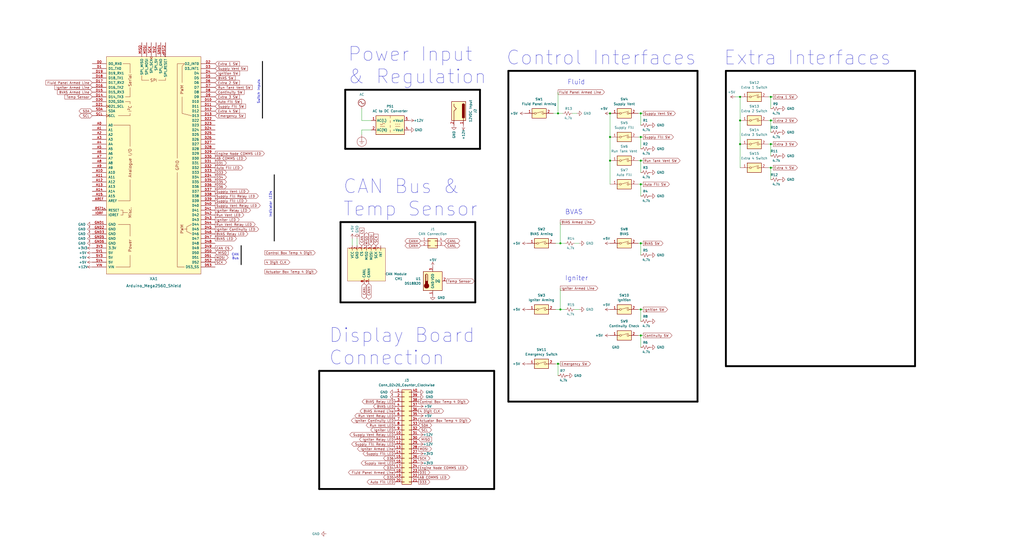
<source format=kicad_sch>
(kicad_sch (version 20211123) (generator eeschema)

  (uuid 1363abc9-a14f-4fba-8d73-4dda4c1878ba)

  (paper "User" 550.012 299.999)

  (title_block
    (title "Control Box Main Board")
    (date "2022-11-05")
  )

  

  (junction (at 414.02 90.17) (diameter 0) (color 0 0 0 0)
    (uuid 05da58a9-5376-42b1-b1da-7449f47b8959)
  )
  (junction (at 327.66 60.96) (diameter 0) (color 0 0 0 0)
    (uuid 0d113402-90e6-4c64-a0f9-56866e868ac6)
  )
  (junction (at 344.17 99.06) (diameter 0) (color 0 0 0 0)
    (uuid 162475a5-1bc0-4973-bf71-77d07a6d7491)
  )
  (junction (at 344.17 166.37) (diameter 0) (color 0 0 0 0)
    (uuid 29f92848-c818-437d-81b1-280eceea0007)
  )
  (junction (at 300.99 130.81) (diameter 0) (color 0 0 0 0)
    (uuid 2bab68bc-f3a4-47b9-a168-695c2c497026)
  )
  (junction (at 414.02 64.77) (diameter 0) (color 0 0 0 0)
    (uuid 3148eee8-a1d4-434a-bf01-50a67531c1f2)
  )
  (junction (at 299.72 60.96) (diameter 0) (color 0 0 0 0)
    (uuid 34f49ec5-32ca-4098-9daa-36a639d761b6)
  )
  (junction (at 299.72 195.58) (diameter 0) (color 0 0 0 0)
    (uuid 38e3c246-04a1-45d0-972c-4210156b5945)
  )
  (junction (at 397.51 52.07) (diameter 0) (color 0 0 0 0)
    (uuid 58c3f4f4-babc-4d7e-99e5-052802676b13)
  )
  (junction (at 300.99 166.37) (diameter 0) (color 0 0 0 0)
    (uuid 5ed71737-9ff7-4815-8e14-d48bd795b505)
  )
  (junction (at 414.02 77.47) (diameter 0) (color 0 0 0 0)
    (uuid 7992621c-9fa5-4b75-953c-a4095d6dfd71)
  )
  (junction (at 344.17 180.34) (diameter 0) (color 0 0 0 0)
    (uuid 92b0b06e-4929-44a9-a1c2-39d3d121d954)
  )
  (junction (at 344.17 86.36) (diameter 0) (color 0 0 0 0)
    (uuid 96181697-d0da-47f2-be43-e91dee2282dc)
  )
  (junction (at 344.17 130.81) (diameter 0) (color 0 0 0 0)
    (uuid a139f68a-0a22-4288-9309-5407edebe4ed)
  )
  (junction (at 344.17 60.96) (diameter 0) (color 0 0 0 0)
    (uuid aac05462-a835-4d81-bdef-d2ca38bba1de)
  )
  (junction (at 397.51 64.77) (diameter 0) (color 0 0 0 0)
    (uuid baad1e3a-fe01-4177-94d8-7a46700ee2b3)
  )
  (junction (at 344.17 73.66) (diameter 0) (color 0 0 0 0)
    (uuid bb635c9d-de5f-43e5-8e5c-841205d6e602)
  )
  (junction (at 327.66 86.36) (diameter 0) (color 0 0 0 0)
    (uuid be6e9158-7476-48a1-b435-dbe603296656)
  )
  (junction (at 397.51 77.47) (diameter 0) (color 0 0 0 0)
    (uuid d4fa6939-ce42-41c6-a769-3dc84ebb2646)
  )
  (junction (at 414.02 52.07) (diameter 0) (color 0 0 0 0)
    (uuid dd6b5386-ba3f-4911-814e-172a821ed1b9)
  )
  (junction (at 327.66 73.66) (diameter 0) (color 0 0 0 0)
    (uuid ffdba44e-dcf6-4697-b88e-0ea7f2f034d8)
  )

  (wire (pts (xy 299.72 195.58) (xy 300.99 195.58))
    (stroke (width 0) (type default) (color 0 0 0 0))
    (uuid 00fc18a5-d521-4749-9a13-f60dfce26b1f)
  )
  (polyline (pts (xy 255.27 119.38) (xy 182.88 119.38))
    (stroke (width 1) (type solid) (color 0 0 0 1))
    (uuid 0834d384-48d5-4432-848b-91861e039508)
  )

  (wire (pts (xy 344.17 166.37) (xy 344.17 172.72))
    (stroke (width 0) (type default) (color 0 0 0 0))
    (uuid 10ba38c1-5dd2-4dc3-8767-ad43c49358cc)
  )
  (wire (pts (xy 300.99 154.94) (xy 300.99 166.37))
    (stroke (width 0) (type default) (color 0 0 0 0))
    (uuid 10be2ef4-d28d-4ab6-9f14-d3ac48809adc)
  )
  (polyline (pts (xy 491.49 38.1) (xy 491.49 196.85))
    (stroke (width 1) (type solid) (color 0 0 0 1))
    (uuid 114ffc2f-f2f8-466b-96b7-fd7337337385)
  )
  (polyline (pts (xy 374.65 38.1) (xy 374.65 215.9))
    (stroke (width 1) (type solid) (color 0 0 0 1))
    (uuid 11c80098-9155-400a-b360-85aa45e255c4)
  )

  (wire (pts (xy 300.99 166.37) (xy 303.53 166.37))
    (stroke (width 0) (type default) (color 0 0 0 0))
    (uuid 133a8fe2-8701-4260-b881-8e2d6b6fc2cc)
  )
  (wire (pts (xy 414.02 52.07) (xy 415.29 52.07))
    (stroke (width 0) (type default) (color 0 0 0 0))
    (uuid 1759b8b7-70fc-4456-b021-4fb250105eea)
  )
  (wire (pts (xy 194.31 64.77) (xy 199.39 64.77))
    (stroke (width 0) (type default) (color 0 0 0 0))
    (uuid 226bd5f0-9112-4d24-9792-9fa99452f0cd)
  )
  (wire (pts (xy 199.39 69.85) (xy 194.31 69.85))
    (stroke (width 0) (type default) (color 0 0 0 0))
    (uuid 2990c8e7-e95f-4a73-8d18-03c690eea3b9)
  )
  (polyline (pts (xy 265.43 199.39) (xy 171.45 199.39))
    (stroke (width 1) (type solid) (color 0 0 0 1))
    (uuid 29cd7a96-e4c9-4674-adf5-72f4ca79c732)
  )

  (wire (pts (xy 327.66 60.96) (xy 327.66 73.66))
    (stroke (width 0) (type default) (color 0 0 0 0))
    (uuid 2b319e29-8a39-4ba1-bfbf-e3dee8bc9c73)
  )
  (wire (pts (xy 194.31 58.42) (xy 194.31 64.77))
    (stroke (width 0) (type default) (color 0 0 0 0))
    (uuid 3373a60a-afb5-4f8a-afa4-855faaacf3c2)
  )
  (polyline (pts (xy 255.27 119.38) (xy 255.27 162.56))
    (stroke (width 1) (type solid) (color 0 0 0 1))
    (uuid 338419cb-d127-493e-a133-8542ad9093fc)
  )

  (wire (pts (xy 342.9 86.36) (xy 344.17 86.36))
    (stroke (width 0) (type default) (color 0 0 0 0))
    (uuid 35217fe1-407d-4faf-b5a9-a44a36c0d6e2)
  )
  (polyline (pts (xy 389.89 196.85) (xy 491.49 196.85))
    (stroke (width 1) (type solid) (color 0 0 0 1))
    (uuid 39f297d0-1ce5-415a-a2f6-be4c96df3817)
  )

  (wire (pts (xy 345.44 180.34) (xy 344.17 180.34))
    (stroke (width 0) (type default) (color 0 0 0 0))
    (uuid 3d88b60a-5427-4717-86b7-3935730ae386)
  )
  (wire (pts (xy 414.02 90.17) (xy 415.29 90.17))
    (stroke (width 0) (type default) (color 0 0 0 0))
    (uuid 4210e98a-e940-4605-87f7-afe697f5542e)
  )
  (wire (pts (xy 298.45 166.37) (xy 300.99 166.37))
    (stroke (width 0) (type default) (color 0 0 0 0))
    (uuid 42bf037d-3d4b-43b1-bf7a-e0b50e7b2d1b)
  )
  (wire (pts (xy 342.9 99.06) (xy 344.17 99.06))
    (stroke (width 0) (type default) (color 0 0 0 0))
    (uuid 43d594d0-3769-476b-b292-67838b99dcfa)
  )
  (polyline (pts (xy 374.65 38.1) (xy 273.05 38.1))
    (stroke (width 1) (type solid) (color 0 0 0 1))
    (uuid 450677c8-6894-40f8-b38b-b849ca4df534)
  )
  (polyline (pts (xy 257.81 48.26) (xy 185.42 48.26))
    (stroke (width 1) (type solid) (color 0 0 0 1))
    (uuid 46852f54-87f4-40e4-8fbc-96c3ae78afd5)
  )
  (polyline (pts (xy 273.05 38.1) (xy 273.05 215.9))
    (stroke (width 1) (type solid) (color 0 0 0 1))
    (uuid 47d1d63a-b22a-4a58-9745-875e859caa0a)
  )

  (wire (pts (xy 412.75 52.07) (xy 414.02 52.07))
    (stroke (width 0) (type default) (color 0 0 0 0))
    (uuid 48e77b59-395b-44f1-843e-c6e5f966d917)
  )
  (wire (pts (xy 308.61 130.81) (xy 311.15 130.81))
    (stroke (width 0) (type default) (color 0 0 0 0))
    (uuid 4c38f139-148e-4b1a-a6a2-c058a118de56)
  )
  (polyline (pts (xy 265.43 199.39) (xy 265.43 262.89))
    (stroke (width 1) (type solid) (color 0 0 0 1))
    (uuid 4c82268b-17b2-441e-a21d-c661b6229cf4)
  )

  (wire (pts (xy 414.02 64.77) (xy 414.02 71.12))
    (stroke (width 0) (type default) (color 0 0 0 0))
    (uuid 54367f96-9f99-442a-bec7-6b59fc2a2c4e)
  )
  (polyline (pts (xy 182.88 119.38) (xy 182.88 162.56))
    (stroke (width 1) (type solid) (color 0 0 0 1))
    (uuid 5ee6b996-e5d7-4545-a2fa-403f716235c2)
  )

  (wire (pts (xy 397.51 52.07) (xy 397.51 64.77))
    (stroke (width 0) (type default) (color 0 0 0 0))
    (uuid 5f9811b6-642d-4b55-a9a4-066bc55cffdc)
  )
  (wire (pts (xy 298.45 195.58) (xy 299.72 195.58))
    (stroke (width 0) (type default) (color 0 0 0 0))
    (uuid 69ce69f4-0001-4be9-b8cd-ab0a500edfd5)
  )
  (wire (pts (xy 194.31 69.85) (xy 194.31 72.39))
    (stroke (width 0) (type default) (color 0 0 0 0))
    (uuid 6ac638ff-76b4-401b-b991-08976741a771)
  )
  (wire (pts (xy 299.72 195.58) (xy 299.72 201.93))
    (stroke (width 0) (type default) (color 0 0 0 0))
    (uuid 70492a20-e876-4e58-9aa5-dc15b23df592)
  )
  (wire (pts (xy 342.9 166.37) (xy 344.17 166.37))
    (stroke (width 0) (type default) (color 0 0 0 0))
    (uuid 723f0c2b-8c42-4ffa-900e-18fe560fa5be)
  )
  (wire (pts (xy 344.17 86.36) (xy 344.17 92.71))
    (stroke (width 0) (type default) (color 0 0 0 0))
    (uuid 78aae524-99a2-44cb-9562-d681d80ddda7)
  )
  (wire (pts (xy 414.02 52.07) (xy 414.02 58.42))
    (stroke (width 0) (type default) (color 0 0 0 0))
    (uuid 79155e62-7694-4b7c-8a13-ef8407853c75)
  )
  (wire (pts (xy 308.61 166.37) (xy 311.15 166.37))
    (stroke (width 0) (type default) (color 0 0 0 0))
    (uuid 7ae2cd4b-90cc-4322-a025-1be928be3a5f)
  )
  (wire (pts (xy 298.45 130.81) (xy 300.99 130.81))
    (stroke (width 0) (type default) (color 0 0 0 0))
    (uuid 7dd0fa24-925c-4eb1-a5dd-33cbb10dd205)
  )
  (wire (pts (xy 344.17 130.81) (xy 344.17 137.16))
    (stroke (width 0) (type default) (color 0 0 0 0))
    (uuid 7df10c62-22e6-490e-bad6-dae34b4e279e)
  )
  (polyline (pts (xy 185.42 80.01) (xy 257.81 80.01))
    (stroke (width 1) (type solid) (color 0 0 0 1))
    (uuid 873e7660-e756-471a-8357-002bd9e7f4ac)
  )
  (polyline (pts (xy 171.45 199.39) (xy 171.45 262.89))
    (stroke (width 1) (type solid) (color 0 0 0 1))
    (uuid 8ad69fef-f6e3-4542-830a-0171fd7f1bd4)
  )

  (wire (pts (xy 344.17 60.96) (xy 345.44 60.96))
    (stroke (width 0) (type default) (color 0 0 0 0))
    (uuid 8d288f43-f0cb-488f-ab8c-aee85e092eb0)
  )
  (wire (pts (xy 327.66 86.36) (xy 327.66 99.06))
    (stroke (width 0) (type default) (color 0 0 0 0))
    (uuid 8eb9e838-ada0-4089-b73e-1f9bf8614305)
  )
  (wire (pts (xy 300.99 119.38) (xy 300.99 130.81))
    (stroke (width 0) (type default) (color 0 0 0 0))
    (uuid 917bd57b-4cff-4442-a435-6916f4569437)
  )
  (wire (pts (xy 297.18 60.96) (xy 299.72 60.96))
    (stroke (width 0) (type default) (color 0 0 0 0))
    (uuid 922bf958-79c3-4d02-be49-9cbee3dc3a75)
  )
  (wire (pts (xy 299.72 49.53) (xy 299.72 60.96))
    (stroke (width 0) (type default) (color 0 0 0 0))
    (uuid 9679a7bb-74af-4739-8056-d2ca372ee37b)
  )
  (wire (pts (xy 414.02 77.47) (xy 414.02 83.82))
    (stroke (width 0) (type default) (color 0 0 0 0))
    (uuid 99d6b15d-4e35-4e89-b974-cfc70658678c)
  )
  (wire (pts (xy 191.77 128.27) (xy 191.77 132.08))
    (stroke (width 0) (type default) (color 0 0 0 0))
    (uuid 9b07699b-a9f5-4b70-a7ab-af800e7f2bca)
  )
  (polyline (pts (xy 147.32 93.98) (xy 147.32 129.54))
    (stroke (width 0.5) (type solid) (color 0 0 0 1))
    (uuid a029087d-5afd-45a7-b2c4-be9aba5eac84)
  )

  (wire (pts (xy 412.75 64.77) (xy 414.02 64.77))
    (stroke (width 0) (type default) (color 0 0 0 0))
    (uuid a7f4f8b7-2b1a-488a-ab33-86d600cf636d)
  )
  (polyline (pts (xy 389.89 38.1) (xy 389.89 196.85))
    (stroke (width 1) (type solid) (color 0 0 0 1))
    (uuid a819b682-5b95-48d2-8070-31e284ad710c)
  )

  (wire (pts (xy 342.9 73.66) (xy 344.17 73.66))
    (stroke (width 0) (type default) (color 0 0 0 0))
    (uuid a90c066c-a44b-436f-a9b8-0d65e8f6ca51)
  )
  (polyline (pts (xy 182.88 162.56) (xy 255.27 162.56))
    (stroke (width 1) (type solid) (color 0 0 0 1))
    (uuid af7c06df-0cff-42e8-bdbe-01b7111bf2d8)
  )

  (wire (pts (xy 412.75 90.17) (xy 414.02 90.17))
    (stroke (width 0) (type default) (color 0 0 0 0))
    (uuid b18a9d67-b09a-4667-97b6-e1f9d8cda055)
  )
  (wire (pts (xy 344.17 180.34) (xy 342.9 180.34))
    (stroke (width 0) (type default) (color 0 0 0 0))
    (uuid b2c1828b-db30-4603-b519-0c5522647713)
  )
  (wire (pts (xy 394.97 52.07) (xy 397.51 52.07))
    (stroke (width 0) (type default) (color 0 0 0 0))
    (uuid ba19d0ea-6ed4-4c15-a8a3-dcc70b2a499b)
  )
  (polyline (pts (xy 185.42 48.26) (xy 185.42 80.01))
    (stroke (width 1) (type solid) (color 0 0 0 1))
    (uuid ba619455-9ac9-4dae-bdf1-9f47a30d61bc)
  )

  (wire (pts (xy 344.17 180.34) (xy 344.17 186.69))
    (stroke (width 0) (type default) (color 0 0 0 0))
    (uuid bec8de29-28b5-4bf3-9802-be180a902729)
  )
  (wire (pts (xy 344.17 130.81) (xy 345.44 130.81))
    (stroke (width 0) (type default) (color 0 0 0 0))
    (uuid c330dd60-d625-4cf2-8d16-748e7db29838)
  )
  (wire (pts (xy 414.02 64.77) (xy 415.29 64.77))
    (stroke (width 0) (type default) (color 0 0 0 0))
    (uuid cb98e5b5-9d10-403f-950d-456250b95ad4)
  )
  (polyline (pts (xy 129.54 132.08) (xy 129.54 142.24))
    (stroke (width 0.5) (type solid) (color 0 0 0 1))
    (uuid d09e833c-8a6a-495b-868f-948f8f8d438e)
  )

  (wire (pts (xy 344.17 73.66) (xy 344.17 80.01))
    (stroke (width 0) (type default) (color 0 0 0 0))
    (uuid d1899d82-cc3c-4b55-9bc7-6117de2cfca8)
  )
  (wire (pts (xy 344.17 73.66) (xy 345.44 73.66))
    (stroke (width 0) (type default) (color 0 0 0 0))
    (uuid d1eaca62-644c-4702-9bd6-8d9027588504)
  )
  (wire (pts (xy 414.02 90.17) (xy 414.02 96.52))
    (stroke (width 0) (type default) (color 0 0 0 0))
    (uuid d5f2afd7-ce34-4142-99c0-9f6d0aa3dba4)
  )
  (wire (pts (xy 344.17 99.06) (xy 344.17 105.41))
    (stroke (width 0) (type default) (color 0 0 0 0))
    (uuid d7a408c2-b9df-4bcb-beed-794b257bacda)
  )
  (wire (pts (xy 189.23 128.27) (xy 189.23 132.08))
    (stroke (width 0) (type default) (color 0 0 0 0))
    (uuid d8022b88-5967-457f-b892-f6c7c744e32e)
  )
  (wire (pts (xy 414.02 77.47) (xy 415.29 77.47))
    (stroke (width 0) (type default) (color 0 0 0 0))
    (uuid d9b1ca8e-4f0f-4d5c-b8aa-2b9fa0751bc2)
  )
  (wire (pts (xy 327.66 73.66) (xy 327.66 86.36))
    (stroke (width 0) (type default) (color 0 0 0 0))
    (uuid dce51b70-3c43-4886-a11c-fba04a4a508f)
  )
  (wire (pts (xy 300.99 130.81) (xy 303.53 130.81))
    (stroke (width 0) (type default) (color 0 0 0 0))
    (uuid dd422546-cd6d-42bd-ba32-e83aa26c3e06)
  )
  (wire (pts (xy 344.17 99.06) (xy 345.44 99.06))
    (stroke (width 0) (type default) (color 0 0 0 0))
    (uuid df3c4b0a-87ef-4bc7-b2e8-5572e1d71cf4)
  )
  (wire (pts (xy 344.17 60.96) (xy 344.17 67.31))
    (stroke (width 0) (type default) (color 0 0 0 0))
    (uuid e0e6a82b-a08d-431e-9563-575ba67a9705)
  )
  (polyline (pts (xy 273.05 215.9) (xy 374.65 215.9))
    (stroke (width 1) (type solid) (color 0 0 0 1))
    (uuid e2ef1fb8-07f2-430e-b107-5780b5952f34)
  )
  (polyline (pts (xy 140.97 33.02) (xy 140.97 63.5))
    (stroke (width 0.5) (type solid) (color 0 0 0 1))
    (uuid e3c3a5bb-1970-4662-95ab-634c91d2638c)
  )
  (polyline (pts (xy 257.81 48.26) (xy 257.81 80.01))
    (stroke (width 1) (type solid) (color 0 0 0 1))
    (uuid e4276502-419e-4eab-b80c-9615fe57129a)
  )

  (wire (pts (xy 344.17 86.36) (xy 345.44 86.36))
    (stroke (width 0) (type default) (color 0 0 0 0))
    (uuid e7611e83-f50f-48b7-ac07-085d76a65d7f)
  )
  (wire (pts (xy 344.17 166.37) (xy 345.44 166.37))
    (stroke (width 0) (type default) (color 0 0 0 0))
    (uuid e9cdb115-f904-45aa-8d21-523d8a77dc9c)
  )
  (wire (pts (xy 342.9 130.81) (xy 344.17 130.81))
    (stroke (width 0) (type default) (color 0 0 0 0))
    (uuid ed0ba512-3e65-4057-9cf4-9d921c22d57f)
  )
  (wire (pts (xy 342.9 60.96) (xy 344.17 60.96))
    (stroke (width 0) (type default) (color 0 0 0 0))
    (uuid eee003b8-d0bb-4e95-8e55-74c606c96e15)
  )
  (wire (pts (xy 397.51 77.47) (xy 397.51 90.17))
    (stroke (width 0) (type default) (color 0 0 0 0))
    (uuid efbceb8b-e996-471f-8672-8b0faae2283b)
  )
  (polyline (pts (xy 171.45 262.89) (xy 265.43 262.89))
    (stroke (width 1) (type solid) (color 0 0 0 1))
    (uuid f02ea363-4d13-4959-8211-56c7fa421750)
  )
  (polyline (pts (xy 491.49 38.1) (xy 389.89 38.1))
    (stroke (width 1) (type solid) (color 0 0 0 1))
    (uuid f0d4ac1b-1c5a-4fe8-8186-e8d527fef9c8)
  )

  (wire (pts (xy 299.72 60.96) (xy 302.26 60.96))
    (stroke (width 0) (type default) (color 0 0 0 0))
    (uuid f1458fc6-cfdc-417c-8d50-9162fa9c3887)
  )
  (wire (pts (xy 307.34 60.96) (xy 309.88 60.96))
    (stroke (width 0) (type default) (color 0 0 0 0))
    (uuid f7a15c10-d066-4f13-ad78-3243ed544b0a)
  )
  (wire (pts (xy 412.75 77.47) (xy 414.02 77.47))
    (stroke (width 0) (type default) (color 0 0 0 0))
    (uuid fae4f3fc-cb0e-4e28-bebf-a9cc29028ddc)
  )
  (wire (pts (xy 397.51 64.77) (xy 397.51 77.47))
    (stroke (width 0) (type default) (color 0 0 0 0))
    (uuid fcb17280-65c9-4d07-8540-9b1cf069fcf9)
  )

  (text "Power Input\n& Regulation" (at 186.69 45.72 0)
    (effects (font (size 7.5 7.5)) (justify left bottom))
    (uuid 0f6c7f0f-a4a5-429a-a486-32f0559f35b4)
  )
  (text "CAN\nBus" (at 128.27 139.7 180)
    (effects (font (size 1.27 1.27)) (justify right bottom))
    (uuid 1143fe75-6a77-44fc-805f-4b9b86e9e423)
  )
  (text "CAN Bus &\nTemp Sensor" (at 184.15 116.84 0)
    (effects (font (size 7.5 7.5)) (justify left bottom))
    (uuid 21b007fc-f271-4a56-934d-812c1b28028e)
  )
  (text "Igniter" (at 303.53 151.13 0)
    (effects (font (size 2.54 2.54)) (justify left bottom))
    (uuid 4c3ba1b5-ddf0-47a6-936f-a1dae4832762)
  )
  (text "Switch Inputs" (at 139.7 55.88 90)
    (effects (font (size 1.27 1.27)) (justify left bottom))
    (uuid 51446f13-8575-4ac7-80fd-7ea3526d8e3f)
  )
  (text "Control Interfaces" (at 271.78 35.56 0)
    (effects (font (size 7.5 7.5)) (justify left bottom))
    (uuid 552dd7d5-12f6-44b8-978b-e273ba26cef5)
  )
  (text "Fluid" (at 304.8 45.72 0)
    (effects (font (size 2.54 2.54)) (justify left bottom))
    (uuid 64301ceb-38e8-409e-8a2a-c70cdcd3d795)
  )
  (text "Indicator LEDs" (at 146.05 116.84 90)
    (effects (font (size 1.27 1.27)) (justify left bottom))
    (uuid 652e6e72-2e3b-4ed1-99a8-dea15910cf5c)
  )
  (text "Extra Interfaces" (at 388.62 35.56 0)
    (effects (font (size 7.5 7.5)) (justify left bottom))
    (uuid 8d779a1b-c4d4-45dd-b4f5-2d399882e92e)
  )
  (text "BVAS" (at 303.53 115.57 0)
    (effects (font (size 2.54 2.54)) (justify left bottom))
    (uuid b8ed4db4-1b84-405d-ac15-7b84c88e0af9)
  )
  (text "Display Board\nConnection" (at 176.53 196.85 0)
    (effects (font (size 7.5 7.5)) (justify left bottom))
    (uuid be1728ae-135c-482e-912a-87c27f37594a)
  )

  (global_label "BVAS Relay LED" (shape output) (at 212.09 215.9 180) (fields_autoplaced)
    (effects (font (size 1.27 1.27)) (justify right))
    (uuid 017af4fd-469b-4b9b-aff1-73bea31cde63)
    (property "Intersheet References" "${INTERSHEET_REFS}" (id 0) (at 194.4974 215.9794 0)
      (effects (font (size 1.27 1.27)) (justify right) hide)
    )
  )
  (global_label "SCK" (shape input) (at 201.93 132.08 90) (fields_autoplaced)
    (effects (font (size 1.27 1.27)) (justify left))
    (uuid 0225b3f4-1d47-457d-b90f-4849cd9b8da9)
    (property "Intersheet References" "${INTERSHEET_REFS}" (id 0) (at 201.8506 125.9174 90)
      (effects (font (size 1.27 1.27)) (justify left) hide)
    )
  )
  (global_label "D35" (shape output) (at 115.57 97.79 0) (fields_autoplaced)
    (effects (font (size 1.27 1.27)) (justify left))
    (uuid 07827536-9b6d-4433-9c49-f6dfd292e688)
    (property "Intersheet References" "${INTERSHEET_REFS}" (id 0) (at 121.6721 97.7106 0)
      (effects (font (size 1.27 1.27)) (justify left) hide)
    )
  )
  (global_label "AB COMMS LED" (shape output) (at 224.79 256.54 0) (fields_autoplaced)
    (effects (font (size 1.27 1.27)) (justify left))
    (uuid 10cfebc1-c2c7-48de-8f11-508fdac8b471)
    (property "Intersheet References" "${INTERSHEET_REFS}" (id 0) (at 241.6569 256.4606 0)
      (effects (font (size 1.27 1.27)) (justify left) hide)
    )
  )
  (global_label "Supply Fill LED" (shape output) (at 212.09 243.84 180) (fields_autoplaced)
    (effects (font (size 1.27 1.27)) (justify right))
    (uuid 11aeecd1-5187-4d0b-bcd5-e52633a182a6)
    (property "Intersheet References" "${INTERSHEET_REFS}" (id 0) (at 194.9812 243.9194 0)
      (effects (font (size 1.27 1.27)) (justify right) hide)
    )
  )
  (global_label "AB COMMS LED" (shape output) (at 115.57 85.09 0) (fields_autoplaced)
    (effects (font (size 1.27 1.27)) (justify left))
    (uuid 13ef3c10-56ec-411d-8272-f4534fcf3e73)
    (property "Intersheet References" "${INTERSHEET_REFS}" (id 0) (at 132.4369 85.0106 0)
      (effects (font (size 1.27 1.27)) (justify left) hide)
    )
  )
  (global_label "Igniter Continuity LED" (shape output) (at 212.09 226.06 180) (fields_autoplaced)
    (effects (font (size 1.27 1.27)) (justify right))
    (uuid 15082243-e16f-4d12-ad27-8d8541bd0db6)
    (property "Intersheet References" "${INTERSHEET_REFS}" (id 0) (at 188.6917 226.1394 0)
      (effects (font (size 1.27 1.27)) (justify right) hide)
    )
  )
  (global_label "Igniter Armed Line" (shape output) (at 212.09 241.3 180) (fields_autoplaced)
    (effects (font (size 1.27 1.27)) (justify right))
    (uuid 16c187ab-52fd-40e7-b86b-644de921a3cf)
    (property "Intersheet References" "${INTERSHEET_REFS}" (id 0) (at 191.9574 241.2206 0)
      (effects (font (size 1.27 1.27)) (justify right) hide)
    )
  )
  (global_label "Igniter Armed Line" (shape input) (at 49.53 46.99 180) (fields_autoplaced)
    (effects (font (size 1.27 1.27)) (justify right))
    (uuid 176f1336-980c-4aca-975b-e90ab7299924)
    (property "Intersheet References" "${INTERSHEET_REFS}" (id 0) (at 29.3974 46.9106 0)
      (effects (font (size 1.27 1.27)) (justify right) hide)
    )
  )
  (global_label "Extra 2 SW" (shape output) (at 415.29 64.77 0) (fields_autoplaced)
    (effects (font (size 1.27 1.27)) (justify left))
    (uuid 17b9ad6f-f018-4878-b68c-9c3f631d5d0b)
    (property "Intersheet References" "${INTERSHEET_REFS}" (id 0) (at 428.3469 64.6906 0)
      (effects (font (size 1.27 1.27)) (justify left) hide)
    )
  )
  (global_label "BVAS Relay LED" (shape output) (at 115.57 125.73 0) (fields_autoplaced)
    (effects (font (size 1.27 1.27)) (justify left))
    (uuid 1ac2731d-b54b-4e20-bfa3-ed0f85588b0a)
    (property "Intersheet References" "${INTERSHEET_REFS}" (id 0) (at 133.1626 125.6506 0)
      (effects (font (size 1.27 1.27)) (justify left) hide)
    )
  )
  (global_label "D31" (shape output) (at 224.79 254 0) (fields_autoplaced)
    (effects (font (size 1.27 1.27)) (justify left))
    (uuid 1ac425df-c7da-431f-bbc1-68eb5a7bfc64)
    (property "Intersheet References" "${INTERSHEET_REFS}" (id 0) (at 230.8921 253.9206 0)
      (effects (font (size 1.27 1.27)) (justify left) hide)
    )
  )
  (global_label "CANH" (shape bidirectional) (at 226.06 132.08 180) (fields_autoplaced)
    (effects (font (size 1.27 1.27)) (justify right))
    (uuid 1e2cc32c-2707-45cb-8b86-98010f3785e0)
    (property "Intersheet References" "${INTERSHEET_REFS}" (id 0) (at 218.6274 132.0006 0)
      (effects (font (size 1.27 1.27)) (justify right) hide)
    )
  )
  (global_label "Igniter LED" (shape output) (at 115.57 118.11 0) (fields_autoplaced)
    (effects (font (size 1.27 1.27)) (justify left))
    (uuid 2370eda5-7e1f-4adb-9ebf-c70c593920f3)
    (property "Intersheet References" "${INTERSHEET_REFS}" (id 0) (at 128.506 118.0306 0)
      (effects (font (size 1.27 1.27)) (justify left) hide)
    )
  )
  (global_label "MOSI" (shape output) (at 115.57 138.43 0) (fields_autoplaced)
    (effects (font (size 1.27 1.27)) (justify left))
    (uuid 24e61c20-f497-4163-9d2f-2c5fd6f28626)
    (property "Intersheet References" "${INTERSHEET_REFS}" (id 0) (at 122.5793 138.3506 0)
      (effects (font (size 1.27 1.27)) (justify left) hide)
    )
  )
  (global_label "Supply Fill Relay LED" (shape output) (at 115.57 105.41 0) (fields_autoplaced)
    (effects (font (size 1.27 1.27)) (justify left))
    (uuid 2645243b-581c-461f-88ee-0113e481257c)
    (property "Intersheet References" "${INTERSHEET_REFS}" (id 0) (at 138.7869 105.3306 0)
      (effects (font (size 1.27 1.27)) (justify left) hide)
    )
  )
  (global_label "SDA" (shape bidirectional) (at 49.53 59.69 180) (fields_autoplaced)
    (effects (font (size 1.27 1.27)) (justify right))
    (uuid 27713f27-6c6a-4329-984a-b11cb92d1ac9)
    (property "Intersheet References" "${INTERSHEET_REFS}" (id 0) (at 43.5488 59.6106 0)
      (effects (font (size 1.27 1.27)) (justify right) hide)
    )
  )
  (global_label "CANL" (shape bidirectional) (at 195.58 152.4 270) (fields_autoplaced)
    (effects (font (size 1.27 1.27)) (justify right))
    (uuid 28112eb7-e902-413a-8e0f-726a2fc49779)
    (property "Intersheet References" "${INTERSHEET_REFS}" (id 0) (at 195.5006 159.5302 90)
      (effects (font (size 1.27 1.27)) (justify right) hide)
    )
  )
  (global_label "Extra 1 SW" (shape input) (at 115.57 34.29 0) (fields_autoplaced)
    (effects (font (size 1.27 1.27)) (justify left))
    (uuid 281b6a13-f4e3-4dd3-8de4-747a1a1a779c)
    (property "Intersheet References" "${INTERSHEET_REFS}" (id 0) (at 128.6269 34.2106 0)
      (effects (font (size 1.27 1.27)) (justify left) hide)
    )
  )
  (global_label "D35" (shape output) (at 212.09 256.54 180) (fields_autoplaced)
    (effects (font (size 1.27 1.27)) (justify right))
    (uuid 2cddb7ae-eaa3-4aca-84ab-c2c489630766)
    (property "Intersheet References" "${INTERSHEET_REFS}" (id 0) (at 205.9879 256.6194 0)
      (effects (font (size 1.27 1.27)) (justify right) hide)
    )
  )
  (global_label "Supply Vent Relay LED" (shape output) (at 115.57 110.49 0) (fields_autoplaced)
    (effects (font (size 1.27 1.27)) (justify left))
    (uuid 2e04346d-194b-4c9a-bda6-8e236e927ae9)
    (property "Intersheet References" "${INTERSHEET_REFS}" (id 0) (at 139.815 110.4106 0)
      (effects (font (size 1.27 1.27)) (justify left) hide)
    )
  )
  (global_label "Supply Vent LED" (shape output) (at 212.09 248.92 180) (fields_autoplaced)
    (effects (font (size 1.27 1.27)) (justify right))
    (uuid 2f07d6a7-ec62-4cf0-a935-1d0a580250d6)
    (property "Intersheet References" "${INTERSHEET_REFS}" (id 0) (at 193.9531 248.9994 0)
      (effects (font (size 1.27 1.27)) (justify right) hide)
    )
  )
  (global_label "D34" (shape output) (at 212.09 251.46 180) (fields_autoplaced)
    (effects (font (size 1.27 1.27)) (justify right))
    (uuid 2f43c2b1-89cd-462a-964b-d83d4ea18e1f)
    (property "Intersheet References" "${INTERSHEET_REFS}" (id 0) (at 205.9879 251.3806 0)
      (effects (font (size 1.27 1.27)) (justify right) hide)
    )
  )
  (global_label "SCL" (shape bidirectional) (at 224.79 231.14 0) (fields_autoplaced)
    (effects (font (size 1.27 1.27)) (justify left))
    (uuid 3244c476-b043-418e-9df3-24904accc903)
    (property "Intersheet References" "${INTERSHEET_REFS}" (id 0) (at 230.7107 231.2194 0)
      (effects (font (size 1.27 1.27)) (justify left) hide)
    )
  )
  (global_label "Fluid Panel Armed Line" (shape output) (at 212.09 254 180) (fields_autoplaced)
    (effects (font (size 1.27 1.27)) (justify right))
    (uuid 338a4ec6-19ee-4f9e-81e4-b050c53fcc36)
    (property "Intersheet References" "${INTERSHEET_REFS}" (id 0) (at 187.1193 253.9206 0)
      (effects (font (size 1.27 1.27)) (justify right) hide)
    )
  )
  (global_label "Extra 3 SW" (shape input) (at 115.57 52.07 0) (fields_autoplaced)
    (effects (font (size 1.27 1.27)) (justify left))
    (uuid 36bfd5eb-6928-4560-b9d5-19ce3f1467c8)
    (property "Intersheet References" "${INTERSHEET_REFS}" (id 0) (at 128.6269 51.9906 0)
      (effects (font (size 1.27 1.27)) (justify left) hide)
    )
  )
  (global_label "D33" (shape output) (at 115.57 92.71 0) (fields_autoplaced)
    (effects (font (size 1.27 1.27)) (justify left))
    (uuid 370c73f1-a9b0-4835-a7e1-9064e9447da0)
    (property "Intersheet References" "${INTERSHEET_REFS}" (id 0) (at 121.6721 92.6306 0)
      (effects (font (size 1.27 1.27)) (justify left) hide)
    )
  )
  (global_label "Temp Sensor" (shape output) (at 240.03 151.13 0) (fields_autoplaced)
    (effects (font (size 1.27 1.27)) (justify left))
    (uuid 3842817b-379f-44b0-94b8-4f0fbe1079fd)
    (property "Intersheet References" "${INTERSHEET_REFS}" (id 0) (at 254.7198 151.0506 0)
      (effects (font (size 1.27 1.27)) (justify left) hide)
    )
  )
  (global_label "Continuity SW" (shape output) (at 345.44 180.34 0) (fields_autoplaced)
    (effects (font (size 1.27 1.27)) (justify left))
    (uuid 3918c7b0-e52f-4820-8f06-7c2b33ad52db)
    (property "Intersheet References" "${INTERSHEET_REFS}" (id 0) (at 360.9764 180.2606 0)
      (effects (font (size 1.27 1.27)) (justify left) hide)
    )
  )
  (global_label "Auto Fill LED" (shape output) (at 212.09 259.08 180) (fields_autoplaced)
    (effects (font (size 1.27 1.27)) (justify right))
    (uuid 3ae85678-0aa2-4cf9-9228-af4c2eb6caaa)
    (property "Intersheet References" "${INTERSHEET_REFS}" (id 0) (at 197.1583 259.1594 0)
      (effects (font (size 1.27 1.27)) (justify right) hide)
    )
  )
  (global_label "BVAS LED" (shape output) (at 115.57 128.27 0) (fields_autoplaced)
    (effects (font (size 1.27 1.27)) (justify left))
    (uuid 3caae073-6010-491e-9130-8d0dfd2bbf88)
    (property "Intersheet References" "${INTERSHEET_REFS}" (id 0) (at 127.0545 128.1906 0)
      (effects (font (size 1.27 1.27)) (justify left) hide)
    )
  )
  (global_label "D34" (shape output) (at 115.57 95.25 0) (fields_autoplaced)
    (effects (font (size 1.27 1.27)) (justify left))
    (uuid 3f1da7ee-acf7-4c7d-b11f-5b72752767f4)
    (property "Intersheet References" "${INTERSHEET_REFS}" (id 0) (at 121.6721 95.3294 0)
      (effects (font (size 1.27 1.27)) (justify left) hide)
    )
  )
  (global_label "Supply Vent SW" (shape output) (at 345.44 60.96 0) (fields_autoplaced)
    (effects (font (size 1.27 1.27)) (justify left))
    (uuid 416b8ec0-e011-407b-874c-2c614ac9bae3)
    (property "Intersheet References" "${INTERSHEET_REFS}" (id 0) (at 362.7907 60.8806 0)
      (effects (font (size 1.27 1.27)) (justify left) hide)
    )
  )
  (global_label "Emergency SW" (shape input) (at 115.57 62.23 0) (fields_autoplaced)
    (effects (font (size 1.27 1.27)) (justify left))
    (uuid 4305f40a-0a41-44b4-98c8-405bfd8f8ab4)
    (property "Intersheet References" "${INTERSHEET_REFS}" (id 0) (at 131.7717 62.1506 0)
      (effects (font (size 1.27 1.27)) (justify left) hide)
    )
  )
  (global_label "CANH" (shape bidirectional) (at 226.06 129.54 180) (fields_autoplaced)
    (effects (font (size 1.27 1.27)) (justify right))
    (uuid 45ddb22b-fec6-4d5a-838e-60988bb77562)
    (property "Intersheet References" "${INTERSHEET_REFS}" (id 0) (at 218.6274 129.6194 0)
      (effects (font (size 1.27 1.27)) (justify right) hide)
    )
  )
  (global_label "MOSI" (shape output) (at 224.79 241.3 0) (fields_autoplaced)
    (effects (font (size 1.27 1.27)) (justify left))
    (uuid 4ad396aa-ccd0-4181-a13a-534fa85488a0)
    (property "Intersheet References" "${INTERSHEET_REFS}" (id 0) (at 231.7993 241.2206 0)
      (effects (font (size 1.27 1.27)) (justify left) hide)
    )
  )
  (global_label "CANL" (shape bidirectional) (at 238.76 132.08 0) (fields_autoplaced)
    (effects (font (size 1.27 1.27)) (justify left))
    (uuid 4bed0da8-5cf8-46b8-9745-a0d95807b8dd)
    (property "Intersheet References" "${INTERSHEET_REFS}" (id 0) (at 245.8902 132.1594 0)
      (effects (font (size 1.27 1.27)) (justify left) hide)
    )
  )
  (global_label "Supply Fill Relay LED" (shape output) (at 212.09 238.76 180) (fields_autoplaced)
    (effects (font (size 1.27 1.27)) (justify right))
    (uuid 4d97f3f9-55c3-4a1c-9b85-4078290975b8)
    (property "Intersheet References" "${INTERSHEET_REFS}" (id 0) (at 188.8731 238.8394 0)
      (effects (font (size 1.27 1.27)) (justify right) hide)
    )
  )
  (global_label "BVAS SW" (shape output) (at 345.44 130.81 0) (fields_autoplaced)
    (effects (font (size 1.27 1.27)) (justify left))
    (uuid 4e509e0d-7ad9-4ed1-a09b-ec1178a3135d)
    (property "Intersheet References" "${INTERSHEET_REFS}" (id 0) (at 356.1383 130.7306 0)
      (effects (font (size 1.27 1.27)) (justify left) hide)
    )
  )
  (global_label "CANH" (shape bidirectional) (at 198.12 152.4 270) (fields_autoplaced)
    (effects (font (size 1.27 1.27)) (justify right))
    (uuid 50068200-5db5-4068-8343-356e4fd55c01)
    (property "Intersheet References" "${INTERSHEET_REFS}" (id 0) (at 198.0406 159.8326 90)
      (effects (font (size 1.27 1.27)) (justify right) hide)
    )
  )
  (global_label "BVAS Armed Line" (shape input) (at 49.53 49.53 180) (fields_autoplaced)
    (effects (font (size 1.27 1.27)) (justify right))
    (uuid 50a05bd9-9cbf-4400-8308-f25c18cb971f)
    (property "Intersheet References" "${INTERSHEET_REFS}" (id 0) (at 30.8488 49.4506 0)
      (effects (font (size 1.27 1.27)) (justify right) hide)
    )
  )
  (global_label "BVAS Armed Line" (shape output) (at 300.99 119.38 0) (fields_autoplaced)
    (effects (font (size 1.27 1.27)) (justify left))
    (uuid 50b0696c-a48d-4b57-84fc-d789da597735)
    (property "Intersheet References" "${INTERSHEET_REFS}" (id 0) (at 319.6712 119.3006 0)
      (effects (font (size 1.27 1.27)) (justify left) hide)
    )
  )
  (global_label "Igniter LED" (shape output) (at 212.09 231.14 180) (fields_autoplaced)
    (effects (font (size 1.27 1.27)) (justify right))
    (uuid 5de986b0-d4bc-4756-99bb-ec9c22fab575)
    (property "Intersheet References" "${INTERSHEET_REFS}" (id 0) (at 199.154 231.2194 0)
      (effects (font (size 1.27 1.27)) (justify right) hide)
    )
  )
  (global_label "Run Tank Vent SW" (shape output) (at 345.44 86.36 0) (fields_autoplaced)
    (effects (font (size 1.27 1.27)) (justify left))
    (uuid 60093095-6185-497d-a312-3c49fe286d2a)
    (property "Intersheet References" "${INTERSHEET_REFS}" (id 0) (at 365.3307 86.2806 0)
      (effects (font (size 1.27 1.27)) (justify left) hide)
    )
  )
  (global_label "Ignition SW" (shape output) (at 345.44 166.37 0) (fields_autoplaced)
    (effects (font (size 1.27 1.27)) (justify left))
    (uuid 66e21173-1afc-4637-adc5-ec22f2250c40)
    (property "Intersheet References" "${INTERSHEET_REFS}" (id 0) (at 358.6179 166.2906 0)
      (effects (font (size 1.27 1.27)) (justify left) hide)
    )
  )
  (global_label "Supply Vent LED" (shape output) (at 115.57 102.87 0) (fields_autoplaced)
    (effects (font (size 1.27 1.27)) (justify left))
    (uuid 687946ac-0582-46c8-a085-f85608f8b1d8)
    (property "Intersheet References" "${INTERSHEET_REFS}" (id 0) (at 133.7069 102.7906 0)
      (effects (font (size 1.27 1.27)) (justify left) hide)
    )
  )
  (global_label "MISO" (shape input) (at 115.57 135.89 0) (fields_autoplaced)
    (effects (font (size 1.27 1.27)) (justify left))
    (uuid 6894f21d-504c-486e-bbef-1cd9d4b59666)
    (property "Intersheet References" "${INTERSHEET_REFS}" (id 0) (at 122.5793 135.8106 0)
      (effects (font (size 1.27 1.27)) (justify left) hide)
    )
  )
  (global_label "SCK" (shape output) (at 115.57 140.97 0) (fields_autoplaced)
    (effects (font (size 1.27 1.27)) (justify left))
    (uuid 693a8f35-165a-4ae9-9e4d-81a56edc6d7c)
    (property "Intersheet References" "${INTERSHEET_REFS}" (id 0) (at 121.7326 140.8906 0)
      (effects (font (size 1.27 1.27)) (justify left) hide)
    )
  )
  (global_label "SCL" (shape bidirectional) (at 49.53 62.23 180) (fields_autoplaced)
    (effects (font (size 1.27 1.27)) (justify right))
    (uuid 6c4e2c1a-ee35-4d3d-8d0d-ee5387285f26)
    (property "Intersheet References" "${INTERSHEET_REFS}" (id 0) (at 43.6093 62.1506 0)
      (effects (font (size 1.27 1.27)) (justify right) hide)
    )
  )
  (global_label "MOSI" (shape input) (at 199.39 132.08 90) (fields_autoplaced)
    (effects (font (size 1.27 1.27)) (justify left))
    (uuid 747f8eef-c3f7-4805-a272-75ef94ef149a)
    (property "Intersheet References" "${INTERSHEET_REFS}" (id 0) (at 199.3106 125.0707 90)
      (effects (font (size 1.27 1.27)) (justify left) hide)
    )
  )
  (global_label "Extra 2 SW" (shape input) (at 115.57 44.45 0) (fields_autoplaced)
    (effects (font (size 1.27 1.27)) (justify left))
    (uuid 7a030d61-be89-4754-9add-fe099a800686)
    (property "Intersheet References" "${INTERSHEET_REFS}" (id 0) (at 128.6269 44.3706 0)
      (effects (font (size 1.27 1.27)) (justify left) hide)
    )
  )
  (global_label "Auto Fill LED" (shape output) (at 115.57 90.17 0) (fields_autoplaced)
    (effects (font (size 1.27 1.27)) (justify left))
    (uuid 7e68a1d8-e00d-4c65-9cbd-e03596501b69)
    (property "Intersheet References" "${INTERSHEET_REFS}" (id 0) (at 130.5017 90.0906 0)
      (effects (font (size 1.27 1.27)) (justify left) hide)
    )
  )
  (global_label "Actuator Box Temp 4 Digit" (shape output) (at 224.79 226.06 0) (fields_autoplaced)
    (effects (font (size 1.27 1.27)) (justify left))
    (uuid 838714e3-072e-4b10-b26e-537dcae7ed4b)
    (property "Intersheet References" "${INTERSHEET_REFS}" (id 0) (at 252.845 225.9806 0)
      (effects (font (size 1.27 1.27)) (justify left) hide)
    )
  )
  (global_label "Igniter Relay LED" (shape output) (at 212.09 236.22 180) (fields_autoplaced)
    (effects (font (size 1.27 1.27)) (justify right))
    (uuid 8431336f-0d18-4325-9d64-7ff66a28faeb)
    (property "Intersheet References" "${INTERSHEET_REFS}" (id 0) (at 193.0459 236.2994 0)
      (effects (font (size 1.27 1.27)) (justify right) hide)
    )
  )
  (global_label "Igniter Relay LED" (shape output) (at 115.57 113.03 0) (fields_autoplaced)
    (effects (font (size 1.27 1.27)) (justify left))
    (uuid 8587f910-349f-4300-afb4-564240acd5b1)
    (property "Intersheet References" "${INTERSHEET_REFS}" (id 0) (at 134.6141 112.9506 0)
      (effects (font (size 1.27 1.27)) (justify left) hide)
    )
  )
  (global_label "D36" (shape output) (at 212.09 246.38 180) (fields_autoplaced)
    (effects (font (size 1.27 1.27)) (justify right))
    (uuid 8d1ba44c-916d-4c4f-bddd-743693a943f1)
    (property "Intersheet References" "${INTERSHEET_REFS}" (id 0) (at 205.9879 246.4594 0)
      (effects (font (size 1.27 1.27)) (justify right) hide)
    )
  )
  (global_label "Igniter Continuity LED" (shape output) (at 115.57 123.19 0) (fields_autoplaced)
    (effects (font (size 1.27 1.27)) (justify left))
    (uuid 9112e8c5-33a6-4d0d-88b8-46d5e2a18e2f)
    (property "Intersheet References" "${INTERSHEET_REFS}" (id 0) (at 138.9683 123.1106 0)
      (effects (font (size 1.27 1.27)) (justify left) hide)
    )
  )
  (global_label "Fluid Panel Armed Line" (shape output) (at 299.72 49.53 0) (fields_autoplaced)
    (effects (font (size 1.27 1.27)) (justify left))
    (uuid 918cc046-4e5a-450e-939d-e25d3a733ad9)
    (property "Intersheet References" "${INTERSHEET_REFS}" (id 0) (at 324.6907 49.4506 0)
      (effects (font (size 1.27 1.27)) (justify left) hide)
    )
  )
  (global_label "Extra 4 SW" (shape output) (at 415.29 90.17 0) (fields_autoplaced)
    (effects (font (size 1.27 1.27)) (justify left))
    (uuid 939d3164-faa9-4324-a75a-cbd0a40a8a59)
    (property "Intersheet References" "${INTERSHEET_REFS}" (id 0) (at 428.3469 90.0906 0)
      (effects (font (size 1.27 1.27)) (justify left) hide)
    )
  )
  (global_label "SCK" (shape output) (at 224.79 246.38 0) (fields_autoplaced)
    (effects (font (size 1.27 1.27)) (justify left))
    (uuid 94f92830-68eb-430c-92a0-0c07717b456d)
    (property "Intersheet References" "${INTERSHEET_REFS}" (id 0) (at 230.9526 246.3006 0)
      (effects (font (size 1.27 1.27)) (justify left) hide)
    )
  )
  (global_label "CANL" (shape bidirectional) (at 238.76 129.54 0) (fields_autoplaced)
    (effects (font (size 1.27 1.27)) (justify left))
    (uuid 98a00d0c-b177-4bc8-a403-3cdc534c1bbb)
    (property "Intersheet References" "${INTERSHEET_REFS}" (id 0) (at 245.8902 129.4606 0)
      (effects (font (size 1.27 1.27)) (justify left) hide)
    )
  )
  (global_label "BVAS SW" (shape input) (at 115.57 41.91 0) (fields_autoplaced)
    (effects (font (size 1.27 1.27)) (justify left))
    (uuid 98ad4d4e-87a6-4efd-8711-c75a06366996)
    (property "Intersheet References" "${INTERSHEET_REFS}" (id 0) (at 126.2683 41.8306 0)
      (effects (font (size 1.27 1.27)) (justify left) hide)
    )
  )
  (global_label "Supply Fill SW" (shape output) (at 345.44 73.66 0) (fields_autoplaced)
    (effects (font (size 1.27 1.27)) (justify left))
    (uuid 9a7c536a-7b2d-4d5e-aad0-6031f617fcbd)
    (property "Intersheet References" "${INTERSHEET_REFS}" (id 0) (at 361.7626 73.5806 0)
      (effects (font (size 1.27 1.27)) (justify left) hide)
    )
  )
  (global_label "D31" (shape output) (at 115.57 87.63 0) (fields_autoplaced)
    (effects (font (size 1.27 1.27)) (justify left))
    (uuid a66b247a-afd9-4362-8db3-a4e542111cb2)
    (property "Intersheet References" "${INTERSHEET_REFS}" (id 0) (at 121.6721 87.5506 0)
      (effects (font (size 1.27 1.27)) (justify left) hide)
    )
  )
  (global_label "Extra 4 SW" (shape input) (at 115.57 59.69 0) (fields_autoplaced)
    (effects (font (size 1.27 1.27)) (justify left))
    (uuid a76d8aa7-16be-4910-b790-2f201941362a)
    (property "Intersheet References" "${INTERSHEET_REFS}" (id 0) (at 128.6269 59.6106 0)
      (effects (font (size 1.27 1.27)) (justify left) hide)
    )
  )
  (global_label "Engine Node COMMS LED" (shape output) (at 115.57 82.55 0) (fields_autoplaced)
    (effects (font (size 1.27 1.27)) (justify left))
    (uuid a8142c96-508c-42d9-8a41-020ba70818e4)
    (property "Intersheet References" "${INTERSHEET_REFS}" (id 0) (at 142.0526 82.4706 0)
      (effects (font (size 1.27 1.27)) (justify left) hide)
    )
  )
  (global_label "MISO" (shape input) (at 224.79 236.22 0) (fields_autoplaced)
    (effects (font (size 1.27 1.27)) (justify left))
    (uuid a86f2342-809f-4c19-bf2c-e31787492b7b)
    (property "Intersheet References" "${INTERSHEET_REFS}" (id 0) (at 231.7993 236.1406 0)
      (effects (font (size 1.27 1.27)) (justify left) hide)
    )
  )
  (global_label "Run Vent Relay LED" (shape output) (at 115.57 120.65 0) (fields_autoplaced)
    (effects (font (size 1.27 1.27)) (justify left))
    (uuid a8d46c8c-fb39-4f44-a196-287d55ccd018)
    (property "Intersheet References" "${INTERSHEET_REFS}" (id 0) (at 137.0936 120.5706 0)
      (effects (font (size 1.27 1.27)) (justify left) hide)
    )
  )
  (global_label "D36" (shape output) (at 115.57 100.33 0) (fields_autoplaced)
    (effects (font (size 1.27 1.27)) (justify left))
    (uuid aef5bf63-4eda-4273-b1ad-d27a388ceae7)
    (property "Intersheet References" "${INTERSHEET_REFS}" (id 0) (at 121.6721 100.2506 0)
      (effects (font (size 1.27 1.27)) (justify left) hide)
    )
  )
  (global_label "CAN CS" (shape output) (at 115.57 133.35 0) (fields_autoplaced)
    (effects (font (size 1.27 1.27)) (justify left))
    (uuid b2782a1a-c822-404e-b9b2-382eca7c4cc0)
    (property "Intersheet References" "${INTERSHEET_REFS}" (id 0) (at 125.1193 133.2706 0)
      (effects (font (size 1.27 1.27)) (justify left) hide)
    )
  )
  (global_label "Run Vent LED" (shape output) (at 212.09 228.6 180) (fields_autoplaced)
    (effects (font (size 1.27 1.27)) (justify right))
    (uuid b99802e8-9df1-4e9d-b786-7ea8cce41e6f)
    (property "Intersheet References" "${INTERSHEET_REFS}" (id 0) (at 196.6745 228.6794 0)
      (effects (font (size 1.27 1.27)) (justify right) hide)
    )
  )
  (global_label "Run Vent Relay LED" (shape output) (at 212.09 223.52 180) (fields_autoplaced)
    (effects (font (size 1.27 1.27)) (justify right))
    (uuid bc4a40af-3ba3-4ff8-86be-8e8f2fffdd84)
    (property "Intersheet References" "${INTERSHEET_REFS}" (id 0) (at 190.5664 223.5994 0)
      (effects (font (size 1.27 1.27)) (justify right) hide)
    )
  )
  (global_label "CAN CS" (shape input) (at 194.31 132.08 90) (fields_autoplaced)
    (effects (font (size 1.27 1.27)) (justify left))
    (uuid bc68b2dd-6f94-4dde-80c7-873ed7c2ddd8)
    (property "Intersheet References" "${INTERSHEET_REFS}" (id 0) (at 194.2306 122.5307 90)
      (effects (font (size 1.27 1.27)) (justify left) hide)
    )
  )
  (global_label "Run Tank Vent SW" (shape input) (at 115.57 46.99 0) (fields_autoplaced)
    (effects (font (size 1.27 1.27)) (justify left))
    (uuid c973ba31-5687-4c07-8a3d-d39d10c9a056)
    (property "Intersheet References" "${INTERSHEET_REFS}" (id 0) (at 135.4607 46.9106 0)
      (effects (font (size 1.27 1.27)) (justify left) hide)
    )
  )
  (global_label "Fluid Panel Armed Line" (shape input) (at 49.53 44.45 180) (fields_autoplaced)
    (effects (font (size 1.27 1.27)) (justify right))
    (uuid ccbbf84e-c0f0-4654-abe4-b82b9c59de81)
    (property "Intersheet References" "${INTERSHEET_REFS}" (id 0) (at 24.5593 44.3706 0)
      (effects (font (size 1.27 1.27)) (justify right) hide)
    )
  )
  (global_label "D33" (shape output) (at 224.79 259.08 0) (fields_autoplaced)
    (effects (font (size 1.27 1.27)) (justify left))
    (uuid cded6862-29df-4fff-9e34-50ebd69e1b1a)
    (property "Intersheet References" "${INTERSHEET_REFS}" (id 0) (at 230.8921 259.0006 0)
      (effects (font (size 1.27 1.27)) (justify left) hide)
    )
  )
  (global_label "Temp Sensor" (shape input) (at 49.53 52.07 180) (fields_autoplaced)
    (effects (font (size 1.27 1.27)) (justify right))
    (uuid ce48d711-c022-413f-b502-8240ad9284e3)
    (property "Intersheet References" "${INTERSHEET_REFS}" (id 0) (at 34.8402 52.1494 0)
      (effects (font (size 1.27 1.27)) (justify right) hide)
    )
  )
  (global_label "Extra 3 SW" (shape output) (at 415.29 77.47 0) (fields_autoplaced)
    (effects (font (size 1.27 1.27)) (justify left))
    (uuid d1e927ac-90b0-40ba-ac45-e1f7df0e940b)
    (property "Intersheet References" "${INTERSHEET_REFS}" (id 0) (at 428.3469 77.3906 0)
      (effects (font (size 1.27 1.27)) (justify left) hide)
    )
  )
  (global_label "Igniter Armed Line" (shape output) (at 300.99 154.94 0) (fields_autoplaced)
    (effects (font (size 1.27 1.27)) (justify left))
    (uuid d2e12f66-3460-401c-a28d-86eca50371cb)
    (property "Intersheet References" "${INTERSHEET_REFS}" (id 0) (at 321.1226 154.8606 0)
      (effects (font (size 1.27 1.27)) (justify left) hide)
    )
  )
  (global_label "Run Vent LED" (shape output) (at 115.57 115.57 0) (fields_autoplaced)
    (effects (font (size 1.27 1.27)) (justify left))
    (uuid d6a59159-9c73-4ef7-8ba7-6d87340676e5)
    (property "Intersheet References" "${INTERSHEET_REFS}" (id 0) (at 130.9855 115.4906 0)
      (effects (font (size 1.27 1.27)) (justify left) hide)
    )
  )
  (global_label "Continuity SW" (shape input) (at 115.57 49.53 0) (fields_autoplaced)
    (effects (font (size 1.27 1.27)) (justify left))
    (uuid da29b359-3cef-4e8c-85b4-e260af3a81a2)
    (property "Intersheet References" "${INTERSHEET_REFS}" (id 0) (at 131.1064 49.4506 0)
      (effects (font (size 1.27 1.27)) (justify left) hide)
    )
  )
  (global_label "MISO" (shape output) (at 196.85 132.08 90) (fields_autoplaced)
    (effects (font (size 1.27 1.27)) (justify left))
    (uuid da935bf6-491d-42d8-bf04-484c5682d129)
    (property "Intersheet References" "${INTERSHEET_REFS}" (id 0) (at 196.7706 125.0707 90)
      (effects (font (size 1.27 1.27)) (justify left) hide)
    )
  )
  (global_label "Control Box Temp 4 Digit" (shape output) (at 224.79 215.9 0) (fields_autoplaced)
    (effects (font (size 1.27 1.27)) (justify left))
    (uuid db66ee07-e449-4b0a-9414-15522a38673b)
    (property "Intersheet References" "${INTERSHEET_REFS}" (id 0) (at 251.8774 215.8206 0)
      (effects (font (size 1.27 1.27)) (justify left) hide)
    )
  )
  (global_label "Engine Node COMMS LED" (shape output) (at 224.79 251.46 0) (fields_autoplaced)
    (effects (font (size 1.27 1.27)) (justify left))
    (uuid e3bf75d4-a953-4da5-b961-3aa2e7c55095)
    (property "Intersheet References" "${INTERSHEET_REFS}" (id 0) (at 251.2726 251.3806 0)
      (effects (font (size 1.27 1.27)) (justify left) hide)
    )
  )
  (global_label "Supply Vent SW" (shape input) (at 115.57 36.83 0) (fields_autoplaced)
    (effects (font (size 1.27 1.27)) (justify left))
    (uuid e704e1b9-7f62-4459-9ffb-22968b728987)
    (property "Intersheet References" "${INTERSHEET_REFS}" (id 0) (at 132.9207 36.7506 0)
      (effects (font (size 1.27 1.27)) (justify left) hide)
    )
  )
  (global_label "Supply Vent Relay LED" (shape output) (at 212.09 233.68 180) (fields_autoplaced)
    (effects (font (size 1.27 1.27)) (justify right))
    (uuid e8aabcc6-6ecc-41af-9932-5987484d7fff)
    (property "Intersheet References" "${INTERSHEET_REFS}" (id 0) (at 187.845 233.7594 0)
      (effects (font (size 1.27 1.27)) (justify right) hide)
    )
  )
  (global_label "BVAS LED" (shape output) (at 212.09 218.44 180) (fields_autoplaced)
    (effects (font (size 1.27 1.27)) (justify right))
    (uuid e9fd6650-990e-45c4-a02d-d224b4d51773)
    (property "Intersheet References" "${INTERSHEET_REFS}" (id 0) (at 200.6055 218.5194 0)
      (effects (font (size 1.27 1.27)) (justify right) hide)
    )
  )
  (global_label "Auto Fill SW" (shape input) (at 115.57 54.61 0) (fields_autoplaced)
    (effects (font (size 1.27 1.27)) (justify left))
    (uuid ea278021-bbb3-4746-9784-70c7597fc529)
    (property "Intersheet References" "${INTERSHEET_REFS}" (id 0) (at 129.7155 54.5306 0)
      (effects (font (size 1.27 1.27)) (justify left) hide)
    )
  )
  (global_label "Supply Fill SW" (shape input) (at 115.57 57.15 0) (fields_autoplaced)
    (effects (font (size 1.27 1.27)) (justify left))
    (uuid eb326a56-6f72-465f-b46f-eff919dccef4)
    (property "Intersheet References" "${INTERSHEET_REFS}" (id 0) (at 131.8926 57.0706 0)
      (effects (font (size 1.27 1.27)) (justify left) hide)
    )
  )
  (global_label "Auto Fill SW" (shape output) (at 345.44 99.06 0) (fields_autoplaced)
    (effects (font (size 1.27 1.27)) (justify left))
    (uuid eb7f6a37-0c02-4c2e-a6c1-2bb0132c25d7)
    (property "Intersheet References" "${INTERSHEET_REFS}" (id 0) (at 359.5855 98.9806 0)
      (effects (font (size 1.27 1.27)) (justify left) hide)
    )
  )
  (global_label "Ignition SW" (shape input) (at 115.57 39.37 0) (fields_autoplaced)
    (effects (font (size 1.27 1.27)) (justify left))
    (uuid f1c6abbc-1be9-402b-8a41-a5948edb55ac)
    (property "Intersheet References" "${INTERSHEET_REFS}" (id 0) (at 128.7479 39.2906 0)
      (effects (font (size 1.27 1.27)) (justify left) hide)
    )
  )
  (global_label "Control Box Temp 4 Digit" (shape output) (at 142.24 135.89 0) (fields_autoplaced)
    (effects (font (size 1.27 1.27)) (justify left))
    (uuid f626dc3f-2be7-4a08-936b-7d3f62b17cde)
    (property "Intersheet References" "${INTERSHEET_REFS}" (id 0) (at 169.3274 135.8106 0)
      (effects (font (size 1.27 1.27)) (justify left) hide)
    )
  )
  (global_label "Actuator Box Temp 4 Digit" (shape output) (at 142.24 146.05 0) (fields_autoplaced)
    (effects (font (size 1.27 1.27)) (justify left))
    (uuid f6ebfb40-ad51-4097-8e05-305ed2b882c3)
    (property "Intersheet References" "${INTERSHEET_REFS}" (id 0) (at 170.295 145.9706 0)
      (effects (font (size 1.27 1.27)) (justify left) hide)
    )
  )
  (global_label "SDA" (shape bidirectional) (at 224.79 228.6 0) (fields_autoplaced)
    (effects (font (size 1.27 1.27)) (justify left))
    (uuid f74431be-79b2-48f5-8aaf-fa62bfaf5d2f)
    (property "Intersheet References" "${INTERSHEET_REFS}" (id 0) (at 230.7712 228.6794 0)
      (effects (font (size 1.27 1.27)) (justify left) hide)
    )
  )
  (global_label "Supply Fill LED" (shape output) (at 115.57 107.95 0) (fields_autoplaced)
    (effects (font (size 1.27 1.27)) (justify left))
    (uuid f7ece714-bfba-4826-96fd-bdcce8964723)
    (property "Intersheet References" "${INTERSHEET_REFS}" (id 0) (at 132.6788 107.8706 0)
      (effects (font (size 1.27 1.27)) (justify left) hide)
    )
  )
  (global_label "4 Digit CLK" (shape output) (at 142.24 140.97 0) (fields_autoplaced)
    (effects (font (size 1.27 1.27)) (justify left))
    (uuid f8dad13c-d452-426a-8c77-5cccf788c006)
    (property "Intersheet References" "${INTERSHEET_REFS}" (id 0) (at 155.7202 140.8906 0)
      (effects (font (size 1.27 1.27)) (justify left) hide)
    )
  )
  (global_label "Emergency SW" (shape output) (at 300.99 195.58 0) (fields_autoplaced)
    (effects (font (size 1.27 1.27)) (justify left))
    (uuid fadb580c-50d4-47e4-832d-1a535070a9ab)
    (property "Intersheet References" "${INTERSHEET_REFS}" (id 0) (at 317.1917 195.5006 0)
      (effects (font (size 1.27 1.27)) (justify left) hide)
    )
  )
  (global_label "4 Digit CLK" (shape output) (at 224.79 220.98 0) (fields_autoplaced)
    (effects (font (size 1.27 1.27)) (justify left))
    (uuid fbfcb92d-95e2-4837-be5e-cbe80058c7ca)
    (property "Intersheet References" "${INTERSHEET_REFS}" (id 0) (at 238.2702 220.9006 0)
      (effects (font (size 1.27 1.27)) (justify left) hide)
    )
  )
  (global_label "Extra 1 SW" (shape output) (at 415.29 52.07 0) (fields_autoplaced)
    (effects (font (size 1.27 1.27)) (justify left))
    (uuid fc1f9f2a-38df-467c-bf08-2b6a162a91f0)
    (property "Intersheet References" "${INTERSHEET_REFS}" (id 0) (at 428.3469 51.9906 0)
      (effects (font (size 1.27 1.27)) (justify left) hide)
    )
  )
  (global_label "BVAS Armed Line" (shape output) (at 212.09 220.98 180) (fields_autoplaced)
    (effects (font (size 1.27 1.27)) (justify right))
    (uuid fef04742-4fe2-4970-9f6e-261a72823271)
    (property "Intersheet References" "${INTERSHEET_REFS}" (id 0) (at 193.4088 220.9006 0)
      (effects (font (size 1.27 1.27)) (justify right) hide)
    )
  )

  (symbol (lib_id "power:+5V") (at 49.53 138.43 90) (unit 1)
    (in_bom yes) (on_board yes)
    (uuid 00710673-8e11-4b3b-9caa-e8d0385c4c67)
    (property "Reference" "#PWR0112" (id 0) (at 53.34 138.43 0)
      (effects (font (size 1.27 1.27)) hide)
    )
    (property "Value" "+5V" (id 1) (at 44.45 138.43 90))
    (property "Footprint" "" (id 2) (at 49.53 138.43 0)
      (effects (font (size 1.27 1.27)) hide)
    )
    (property "Datasheet" "" (id 3) (at 49.53 138.43 0)
      (effects (font (size 1.27 1.27)) hide)
    )
    (pin "1" (uuid 3b192a8f-3a14-4479-b037-c3b93abdf92b))
  )

  (symbol (lib_id "power:GND") (at 349.25 137.16 90) (unit 1)
    (in_bom yes) (on_board yes)
    (uuid 064a18ce-11f8-474e-bf48-4480795fa8fa)
    (property "Reference" "#PWR015" (id 0) (at 355.6 137.16 0)
      (effects (font (size 1.27 1.27)) hide)
    )
    (property "Value" "GND" (id 1) (at 356.87 137.16 90)
      (effects (font (size 1.27 1.27)) (justify left))
    )
    (property "Footprint" "" (id 2) (at 349.25 137.16 0)
      (effects (font (size 1.27 1.27)) hide)
    )
    (property "Datasheet" "" (id 3) (at 349.25 137.16 0)
      (effects (font (size 1.27 1.27)) hide)
    )
    (pin "1" (uuid 1ed3fb0f-6eb0-40cb-8e0f-d7f2b6b1f16c))
  )

  (symbol (lib_id "power:GND") (at 219.71 69.85 90) (unit 1)
    (in_bom yes) (on_board yes)
    (uuid 06e98409-99e7-45e8-a102-d2741a66cb8b)
    (property "Reference" "#PWR0106" (id 0) (at 226.06 69.85 0)
      (effects (font (size 1.27 1.27)) hide)
    )
    (property "Value" "GND" (id 1) (at 224.79 69.85 90))
    (property "Footprint" "" (id 2) (at 219.71 69.85 0)
      (effects (font (size 1.27 1.27)) hide)
    )
    (property "Datasheet" "" (id 3) (at 219.71 69.85 0)
      (effects (font (size 1.27 1.27)) hide)
    )
    (pin "1" (uuid 9fe147c0-2719-4f42-b560-02e85dbc677b))
  )

  (symbol (lib_id "Device:R_Small_US") (at 416.56 58.42 270) (unit 1)
    (in_bom yes) (on_board yes)
    (uuid 0716d2d2-fcc6-4f2b-979b-512242a70fa8)
    (property "Reference" "R9" (id 0) (at 417.83 55.88 90)
      (effects (font (size 1.27 1.27)) (justify right))
    )
    (property "Value" "4.7k" (id 1) (at 419.1 60.96 90)
      (effects (font (size 1.27 1.27)) (justify right))
    )
    (property "Footprint" "Resistor_THT:R_Axial_DIN0207_L6.3mm_D2.5mm_P10.16mm_Horizontal" (id 2) (at 416.56 58.42 0)
      (effects (font (size 1.27 1.27)) hide)
    )
    (property "Datasheet" "~" (id 3) (at 416.56 58.42 0)
      (effects (font (size 1.27 1.27)) hide)
    )
    (pin "1" (uuid 503f4638-694d-4148-ac49-4f69d4944e5f))
    (pin "2" (uuid f231eff8-a016-437c-b6e8-133d477bd44e))
  )

  (symbol (lib_id "Switch:SW_DIP_x01") (at 290.83 166.37 0) (unit 1)
    (in_bom yes) (on_board yes) (fields_autoplaced)
    (uuid 0d1d1993-7830-4fd3-8dc7-a10bd9d8e2c5)
    (property "Reference" "SW3" (id 0) (at 290.83 158.75 0))
    (property "Value" "Igniter Arming" (id 1) (at 290.83 161.29 0))
    (property "Footprint" "Connector_Molex:Molex_Micro-Fit_3.0_43650-0215_1x02_P3.00mm_Vertical" (id 2) (at 290.83 166.37 0)
      (effects (font (size 1.27 1.27)) hide)
    )
    (property "Datasheet" "~" (id 3) (at 290.83 166.37 0)
      (effects (font (size 1.27 1.27)) hide)
    )
    (pin "1" (uuid 0df9d04d-0d05-4ee7-a04e-9630cb547634))
    (pin "2" (uuid 9d7f7e47-013f-4ba0-b0d0-b3ce002aa6c7))
  )

  (symbol (lib_id "Test Specific Electronics:CAN_Module") (at 196.85 157.48 180) (unit 1)
    (in_bom yes) (on_board yes)
    (uuid 0e5bf3ee-0998-4b3c-aeb2-9e9d8b76f0b5)
    (property "Reference" "CM1" (id 0) (at 212.09 149.86 0)
      (effects (font (size 1.27 1.27)) (justify right))
    )
    (property "Value" "CAN Module" (id 1) (at 207.01 147.32 0)
      (effects (font (size 1.27 1.27)) (justify right))
    )
    (property "Footprint" "Test Specific Electronics:CAN_Module" (id 2) (at 196.85 157.48 0)
      (effects (font (size 1.27 1.27)) hide)
    )
    (property "Datasheet" "" (id 3) (at 196.85 157.48 0)
      (effects (font (size 1.27 1.27)) hide)
    )
    (pin "1" (uuid 5cee392c-9fbe-4b4b-87bf-153e18fa893e))
    (pin "2" (uuid 53fdc82e-2039-4a20-ad71-38f2bbf9662e))
    (pin "3" (uuid 4225a01f-7de2-48d8-949f-5e5414956f17))
    (pin "4" (uuid fd4f4192-5d18-45a2-b7d4-4884eff32a04))
    (pin "5" (uuid ac3f93f6-a0a2-4fa0-8d6b-7b660e2bc267))
    (pin "6" (uuid c8b2ff0f-2418-4531-a4de-5b2cffd0c2c8))
    (pin "7" (uuid 6672033a-aec1-4bac-96e1-f1acfe2fb418))
    (pin "8" (uuid 7bafcf0c-ff3a-43a9-87cc-49557cb9e777))
    (pin "9" (uuid c1bcfe5d-4686-479d-982b-f0ceed756532))
  )

  (symbol (lib_id "Device:R_Small_US") (at 416.56 71.12 270) (unit 1)
    (in_bom yes) (on_board yes)
    (uuid 0f8f5f94-d28f-444c-a776-b6f3cb79d8fc)
    (property "Reference" "R10" (id 0) (at 417.83 68.58 90)
      (effects (font (size 1.27 1.27)) (justify right))
    )
    (property "Value" "4.7k" (id 1) (at 419.1 73.66 90)
      (effects (font (size 1.27 1.27)) (justify right))
    )
    (property "Footprint" "Resistor_THT:R_Axial_DIN0207_L6.3mm_D2.5mm_P10.16mm_Horizontal" (id 2) (at 416.56 71.12 0)
      (effects (font (size 1.27 1.27)) hide)
    )
    (property "Datasheet" "~" (id 3) (at 416.56 71.12 0)
      (effects (font (size 1.27 1.27)) hide)
    )
    (pin "1" (uuid 18933b0c-2b61-4c6b-b00c-26c8c68fc237))
    (pin "2" (uuid 13fd1427-ea33-4142-8551-440c31e819e2))
  )

  (symbol (lib_id "Device:R_Small_US") (at 346.71 80.01 270) (unit 1)
    (in_bom yes) (on_board yes)
    (uuid 0ff499d9-fb93-4227-a1e2-fa11fff5abf8)
    (property "Reference" "R2" (id 0) (at 347.98 77.47 90)
      (effects (font (size 1.27 1.27)) (justify right))
    )
    (property "Value" "4.7k" (id 1) (at 349.25 82.55 90)
      (effects (font (size 1.27 1.27)) (justify right))
    )
    (property "Footprint" "Resistor_THT:R_Axial_DIN0207_L6.3mm_D2.5mm_P10.16mm_Horizontal" (id 2) (at 346.71 80.01 0)
      (effects (font (size 1.27 1.27)) hide)
    )
    (property "Datasheet" "~" (id 3) (at 346.71 80.01 0)
      (effects (font (size 1.27 1.27)) hide)
    )
    (pin "1" (uuid 9c7d13d3-d0ff-4f25-842f-e5a7c28e3e5a))
    (pin "2" (uuid 0c963af9-2d1c-4431-a258-f9303308c625))
  )

  (symbol (lib_id "power:GND") (at 419.1 83.82 90) (unit 1)
    (in_bom yes) (on_board yes)
    (uuid 16594f49-ff85-43f2-9b17-eb9d3ad95ffc)
    (property "Reference" "#PWR0127" (id 0) (at 425.45 83.82 0)
      (effects (font (size 1.27 1.27)) hide)
    )
    (property "Value" "GND" (id 1) (at 426.72 83.82 90)
      (effects (font (size 1.27 1.27)) (justify left))
    )
    (property "Footprint" "" (id 2) (at 419.1 83.82 0)
      (effects (font (size 1.27 1.27)) hide)
    )
    (property "Datasheet" "" (id 3) (at 419.1 83.82 0)
      (effects (font (size 1.27 1.27)) hide)
    )
    (pin "1" (uuid a1b75487-5082-42c9-ba93-d01e476d9534))
  )

  (symbol (lib_id "power:GND") (at 49.53 123.19 270) (unit 1)
    (in_bom yes) (on_board yes)
    (uuid 17ab927b-848c-464a-895f-6297a864bebb)
    (property "Reference" "#PWR0114" (id 0) (at 43.18 123.19 0)
      (effects (font (size 1.27 1.27)) hide)
    )
    (property "Value" "GND" (id 1) (at 41.91 123.19 90)
      (effects (font (size 1.27 1.27)) (justify left))
    )
    (property "Footprint" "" (id 2) (at 49.53 123.19 0)
      (effects (font (size 1.27 1.27)) hide)
    )
    (property "Datasheet" "" (id 3) (at 49.53 123.19 0)
      (effects (font (size 1.27 1.27)) hide)
    )
    (pin "1" (uuid 4fd204eb-b2b4-4820-b3e8-8a9105ba2fdf))
  )

  (symbol (lib_id "power:+5V") (at 281.94 60.96 90) (unit 1)
    (in_bom yes) (on_board yes) (fields_autoplaced)
    (uuid 181501e7-294f-4acb-b6fd-54e5187ad69d)
    (property "Reference" "#PWR0136" (id 0) (at 285.75 60.96 0)
      (effects (font (size 1.27 1.27)) hide)
    )
    (property "Value" "+5V" (id 1) (at 278.13 60.9599 90)
      (effects (font (size 1.27 1.27)) (justify left))
    )
    (property "Footprint" "" (id 2) (at 281.94 60.96 0)
      (effects (font (size 1.27 1.27)) hide)
    )
    (property "Datasheet" "" (id 3) (at 281.94 60.96 0)
      (effects (font (size 1.27 1.27)) hide)
    )
    (pin "1" (uuid d9aee180-f0e4-442c-a578-080516ae7018))
  )

  (symbol (lib_id "power:+5V") (at 49.53 140.97 90) (unit 1)
    (in_bom yes) (on_board yes)
    (uuid 19d4c664-8029-4f36-9344-2bb333adecdc)
    (property "Reference" "#PWR0111" (id 0) (at 53.34 140.97 0)
      (effects (font (size 1.27 1.27)) hide)
    )
    (property "Value" "+5V" (id 1) (at 44.45 140.97 90))
    (property "Footprint" "" (id 2) (at 49.53 140.97 0)
      (effects (font (size 1.27 1.27)) hide)
    )
    (property "Datasheet" "" (id 3) (at 49.53 140.97 0)
      (effects (font (size 1.27 1.27)) hide)
    )
    (pin "1" (uuid 26d27526-2fcf-4415-96fb-dc20de6d9bf1))
  )

  (symbol (lib_id "power:GND") (at 311.15 166.37 90) (unit 1)
    (in_bom yes) (on_board yes)
    (uuid 1a086a61-b5ac-41cb-96a3-475efb6abef6)
    (property "Reference" "#PWR019" (id 0) (at 317.5 166.37 0)
      (effects (font (size 1.27 1.27)) hide)
    )
    (property "Value" "GND" (id 1) (at 318.77 166.37 90)
      (effects (font (size 1.27 1.27)) (justify left))
    )
    (property "Footprint" "" (id 2) (at 311.15 166.37 0)
      (effects (font (size 1.27 1.27)) hide)
    )
    (property "Datasheet" "" (id 3) (at 311.15 166.37 0)
      (effects (font (size 1.27 1.27)) hide)
    )
    (pin "1" (uuid 9c204bc0-1e88-4fd9-beb4-e863bb34fdd6))
  )

  (symbol (lib_id "Sensor_Temperature:DS18B20") (at 232.41 151.13 0) (unit 1)
    (in_bom yes) (on_board yes) (fields_autoplaced)
    (uuid 1c08b391-ae4f-43de-b47b-4f792b80bd70)
    (property "Reference" "U1" (id 0) (at 226.06 149.8599 0)
      (effects (font (size 1.27 1.27)) (justify right))
    )
    (property "Value" "DS18B20" (id 1) (at 226.06 152.3999 0)
      (effects (font (size 1.27 1.27)) (justify right))
    )
    (property "Footprint" "Package_TO_SOT_THT:TO-92_Inline" (id 2) (at 207.01 157.48 0)
      (effects (font (size 1.27 1.27)) hide)
    )
    (property "Datasheet" "http://datasheets.maximintegrated.com/en/ds/DS18B20.pdf" (id 3) (at 228.6 144.78 0)
      (effects (font (size 1.27 1.27)) hide)
    )
    (pin "1" (uuid ca19d4a2-b8f5-4ad8-9cc7-8c148bd1d045))
    (pin "2" (uuid 61f11b95-019c-4531-8180-97f23140d691))
    (pin "3" (uuid 7c5c0537-f199-42c8-a8e1-8ff77c4cd0f8))
  )

  (symbol (lib_id "power:AC") (at 194.31 58.42 0) (unit 1)
    (in_bom yes) (on_board yes) (fields_autoplaced)
    (uuid 1d277db5-288c-430e-9f40-93380fdbf1e3)
    (property "Reference" "#PWR0108" (id 0) (at 194.31 60.96 0)
      (effects (font (size 1.27 1.27)) hide)
    )
    (property "Value" "AC" (id 1) (at 194.31 50.8 0))
    (property "Footprint" "" (id 2) (at 194.31 58.42 0)
      (effects (font (size 1.27 1.27)) hide)
    )
    (property "Datasheet" "" (id 3) (at 194.31 58.42 0)
      (effects (font (size 1.27 1.27)) hide)
    )
    (pin "1" (uuid 38d22e0d-b0df-4cff-870b-d8121e0d555f))
  )

  (symbol (lib_id "power:+3V3") (at 224.79 243.84 270) (unit 1)
    (in_bom yes) (on_board yes)
    (uuid 1d29ed55-1445-4164-991c-576593c067e1)
    (property "Reference" "#PWR09" (id 0) (at 220.98 243.84 0)
      (effects (font (size 1.27 1.27)) hide)
    )
    (property "Value" "+3V3" (id 1) (at 227.33 243.84 90)
      (effects (font (size 1.27 1.27)) (justify left))
    )
    (property "Footprint" "" (id 2) (at 224.79 243.84 0)
      (effects (font (size 1.27 1.27)) hide)
    )
    (property "Datasheet" "" (id 3) (at 224.79 243.84 0)
      (effects (font (size 1.27 1.27)) hide)
    )
    (pin "1" (uuid 28569acb-0da4-4076-9d07-644d597bef80))
  )

  (symbol (lib_id "power:+5V") (at 224.79 223.52 270) (unit 1)
    (in_bom yes) (on_board yes)
    (uuid 23efc2e5-a7a2-4259-ad8c-be23a1a9d58d)
    (property "Reference" "#PWR06" (id 0) (at 220.98 223.52 0)
      (effects (font (size 1.27 1.27)) hide)
    )
    (property "Value" "+5V" (id 1) (at 229.87 223.52 90))
    (property "Footprint" "" (id 2) (at 224.79 223.52 0)
      (effects (font (size 1.27 1.27)) hide)
    )
    (property "Datasheet" "" (id 3) (at 224.79 223.52 0)
      (effects (font (size 1.27 1.27)) hide)
    )
    (pin "1" (uuid e5ae5411-7c19-4960-82a5-c3dcf9497a4c))
  )

  (symbol (lib_id "Device:R_Small_US") (at 346.71 67.31 270) (unit 1)
    (in_bom yes) (on_board yes)
    (uuid 2a07cea7-6049-4588-bd51-f6dabbf86363)
    (property "Reference" "R1" (id 0) (at 347.98 64.77 90)
      (effects (font (size 1.27 1.27)) (justify right))
    )
    (property "Value" "4.7k" (id 1) (at 349.25 69.85 90)
      (effects (font (size 1.27 1.27)) (justify right))
    )
    (property "Footprint" "Resistor_THT:R_Axial_DIN0207_L6.3mm_D2.5mm_P10.16mm_Horizontal" (id 2) (at 346.71 67.31 0)
      (effects (font (size 1.27 1.27)) hide)
    )
    (property "Datasheet" "~" (id 3) (at 346.71 67.31 0)
      (effects (font (size 1.27 1.27)) hide)
    )
    (pin "1" (uuid 19fa01f7-f674-4579-b6bf-c96ab19dc619))
    (pin "2" (uuid 36bebaf8-0110-4636-ae5f-1d9d11f0c15b))
  )

  (symbol (lib_id "Switch:SW_DIP_x01") (at 335.28 99.06 0) (unit 1)
    (in_bom yes) (on_board yes) (fields_autoplaced)
    (uuid 2a71687e-74bb-4fd4-aa45-542b46909941)
    (property "Reference" "SW7" (id 0) (at 335.28 91.44 0))
    (property "Value" "Auto Fill" (id 1) (at 335.28 93.98 0))
    (property "Footprint" "Connector_Molex:Molex_Micro-Fit_3.0_43650-0215_1x02_P3.00mm_Vertical" (id 2) (at 335.28 99.06 0)
      (effects (font (size 1.27 1.27)) hide)
    )
    (property "Datasheet" "~" (id 3) (at 335.28 99.06 0)
      (effects (font (size 1.27 1.27)) hide)
    )
    (pin "1" (uuid 7eaa4f26-387a-4eae-9026-084922931948))
    (pin "2" (uuid 9c8a27f0-e4d7-45e2-9b45-acc3b8f79cd2))
  )

  (symbol (lib_id "power:GND") (at 349.25 67.31 90) (unit 1)
    (in_bom yes) (on_board yes)
    (uuid 2c169268-9d1e-441b-81aa-412e0eb6523b)
    (property "Reference" "#PWR011" (id 0) (at 355.6 67.31 0)
      (effects (font (size 1.27 1.27)) hide)
    )
    (property "Value" "GND" (id 1) (at 356.87 67.31 90)
      (effects (font (size 1.27 1.27)) (justify left))
    )
    (property "Footprint" "" (id 2) (at 349.25 67.31 0)
      (effects (font (size 1.27 1.27)) hide)
    )
    (property "Datasheet" "" (id 3) (at 349.25 67.31 0)
      (effects (font (size 1.27 1.27)) hide)
    )
    (pin "1" (uuid 45cc1333-f29c-4249-83ca-9d767f06a6b3))
  )

  (symbol (lib_id "power:Earth_Protective") (at 194.31 72.39 0) (unit 1)
    (in_bom yes) (on_board yes) (fields_autoplaced)
    (uuid 2d61d61f-c70e-4108-9bc8-2055f4570af3)
    (property "Reference" "#PWR0107" (id 0) (at 200.66 78.74 0)
      (effects (font (size 1.27 1.27)) hide)
    )
    (property "Value" "Earth_Protective" (id 1) (at 205.74 76.2 0)
      (effects (font (size 1.27 1.27)) hide)
    )
    (property "Footprint" "" (id 2) (at 194.31 74.93 0)
      (effects (font (size 1.27 1.27)) hide)
    )
    (property "Datasheet" "~" (id 3) (at 194.31 74.93 0)
      (effects (font (size 1.27 1.27)) hide)
    )
    (pin "1" (uuid 55db7ed1-5c97-4f79-902f-4a079f345312))
  )

  (symbol (lib_id "power:+12V") (at 49.53 143.51 90) (unit 1)
    (in_bom yes) (on_board yes)
    (uuid 33259616-dfa3-410d-abf0-2dbc5d6ccc78)
    (property "Reference" "#PWR0118" (id 0) (at 53.34 143.51 0)
      (effects (font (size 1.27 1.27)) hide)
    )
    (property "Value" "+12V" (id 1) (at 44.45 143.51 90))
    (property "Footprint" "" (id 2) (at 49.53 143.51 0)
      (effects (font (size 1.27 1.27)) hide)
    )
    (property "Datasheet" "" (id 3) (at 49.53 143.51 0)
      (effects (font (size 1.27 1.27)) hide)
    )
    (pin "1" (uuid 2cfb0e19-5c01-4214-b1e8-1ff8cc51b8bf))
  )

  (symbol (lib_id "power:GND") (at 224.79 213.36 90) (unit 1)
    (in_bom yes) (on_board yes) (fields_autoplaced)
    (uuid 33893023-ea5d-4206-b601-419be8e759a0)
    (property "Reference" "#PWR04" (id 0) (at 231.14 213.36 0)
      (effects (font (size 1.27 1.27)) hide)
    )
    (property "Value" "GND" (id 1) (at 228.6 213.3599 90)
      (effects (font (size 1.27 1.27)) (justify right))
    )
    (property "Footprint" "" (id 2) (at 224.79 213.36 0)
      (effects (font (size 1.27 1.27)) hide)
    )
    (property "Datasheet" "" (id 3) (at 224.79 213.36 0)
      (effects (font (size 1.27 1.27)) hide)
    )
    (pin "1" (uuid 2a8f99e7-57ba-4d31-9c4a-783a81cf233f))
  )

  (symbol (lib_id "power:GND") (at 49.53 125.73 270) (unit 1)
    (in_bom yes) (on_board yes)
    (uuid 34421a66-6cd3-4c40-92f0-0bc67eed6abc)
    (property "Reference" "#PWR0115" (id 0) (at 43.18 125.73 0)
      (effects (font (size 1.27 1.27)) hide)
    )
    (property "Value" "GND" (id 1) (at 41.91 125.73 90)
      (effects (font (size 1.27 1.27)) (justify left))
    )
    (property "Footprint" "" (id 2) (at 49.53 125.73 0)
      (effects (font (size 1.27 1.27)) hide)
    )
    (property "Datasheet" "" (id 3) (at 49.53 125.73 0)
      (effects (font (size 1.27 1.27)) hide)
    )
    (pin "1" (uuid e1d16412-7d53-40e9-a630-f278e13b936b))
  )

  (symbol (lib_id "Device:R_Small_US") (at 306.07 166.37 270) (unit 1)
    (in_bom yes) (on_board yes)
    (uuid 37264df0-e860-4cd9-a78c-fd860f44e4ab)
    (property "Reference" "R15" (id 0) (at 308.61 163.83 90)
      (effects (font (size 1.27 1.27)) (justify right))
    )
    (property "Value" "4.7k" (id 1) (at 308.61 168.91 90)
      (effects (font (size 1.27 1.27)) (justify right))
    )
    (property "Footprint" "Resistor_THT:R_Axial_DIN0207_L6.3mm_D2.5mm_P10.16mm_Horizontal" (id 2) (at 306.07 166.37 0)
      (effects (font (size 1.27 1.27)) hide)
    )
    (property "Datasheet" "~" (id 3) (at 306.07 166.37 0)
      (effects (font (size 1.27 1.27)) hide)
    )
    (pin "1" (uuid 5543714a-0f05-43cd-be0d-7eb437293e51))
    (pin "2" (uuid 7c436487-77ed-4b6e-941a-e590ab573749))
  )

  (symbol (lib_id "Switch:SW_DIP_x01") (at 290.83 130.81 0) (unit 1)
    (in_bom yes) (on_board yes) (fields_autoplaced)
    (uuid 37c62dd5-b9af-4936-bbbb-b3cbe4938711)
    (property "Reference" "SW2" (id 0) (at 290.83 123.19 0))
    (property "Value" "BVAS Arming" (id 1) (at 290.83 125.73 0))
    (property "Footprint" "Connector_Molex:Molex_Micro-Fit_3.0_43650-0215_1x02_P3.00mm_Vertical" (id 2) (at 290.83 130.81 0)
      (effects (font (size 1.27 1.27)) hide)
    )
    (property "Datasheet" "~" (id 3) (at 290.83 130.81 0)
      (effects (font (size 1.27 1.27)) hide)
    )
    (pin "1" (uuid abf69ac1-57e6-4ec2-a3f1-e35ed5be9108))
    (pin "2" (uuid 99e80205-9a0a-489b-bde2-7c84a381c2bc))
  )

  (symbol (lib_id "power:+5V") (at 327.66 180.34 90) (unit 1)
    (in_bom yes) (on_board yes) (fields_autoplaced)
    (uuid 39c044e2-0cff-4383-8f74-86d5af73f18b)
    (property "Reference" "#PWR0129" (id 0) (at 331.47 180.34 0)
      (effects (font (size 1.27 1.27)) hide)
    )
    (property "Value" "+5V" (id 1) (at 323.85 180.3399 90)
      (effects (font (size 1.27 1.27)) (justify left))
    )
    (property "Footprint" "" (id 2) (at 327.66 180.34 0)
      (effects (font (size 1.27 1.27)) hide)
    )
    (property "Datasheet" "" (id 3) (at 327.66 180.34 0)
      (effects (font (size 1.27 1.27)) hide)
    )
    (pin "1" (uuid bc7bf202-c290-467d-89a0-5a48e750d197))
  )

  (symbol (lib_id "Switch:SW_DIP_x01") (at 289.56 60.96 0) (unit 1)
    (in_bom yes) (on_board yes) (fields_autoplaced)
    (uuid 3b45fd23-a0a4-472e-be79-fa313fde1d30)
    (property "Reference" "SW1" (id 0) (at 289.56 53.34 0))
    (property "Value" "Fluid Panel Arming" (id 1) (at 289.56 55.88 0))
    (property "Footprint" "Connector_Molex:Molex_Micro-Fit_3.0_43650-0215_1x02_P3.00mm_Vertical" (id 2) (at 289.56 60.96 0)
      (effects (font (size 1.27 1.27)) hide)
    )
    (property "Datasheet" "~" (id 3) (at 289.56 60.96 0)
      (effects (font (size 1.27 1.27)) hide)
    )
    (pin "1" (uuid 1ec24bfe-362e-47ac-bd23-4cad6e2300bb))
    (pin "2" (uuid 3f010991-c06b-4eda-b90e-d945c76ab082))
  )

  (symbol (lib_id "power:+5V") (at 283.21 130.81 90) (unit 1)
    (in_bom yes) (on_board yes) (fields_autoplaced)
    (uuid 3d782a34-0cc7-43e9-b324-2f9e9b6ab0ff)
    (property "Reference" "#PWR0133" (id 0) (at 287.02 130.81 0)
      (effects (font (size 1.27 1.27)) hide)
    )
    (property "Value" "+5V" (id 1) (at 279.4 130.8099 90)
      (effects (font (size 1.27 1.27)) (justify left))
    )
    (property "Footprint" "" (id 2) (at 283.21 130.81 0)
      (effects (font (size 1.27 1.27)) hide)
    )
    (property "Datasheet" "" (id 3) (at 283.21 130.81 0)
      (effects (font (size 1.27 1.27)) hide)
    )
    (pin "1" (uuid bd0318cc-9beb-4ed5-bbff-9bd9aa72bdad))
  )

  (symbol (lib_id "power:GND") (at 309.88 60.96 90) (unit 1)
    (in_bom yes) (on_board yes)
    (uuid 40da95f8-10cf-42a9-aa64-cdb700dce828)
    (property "Reference" "#PWR017" (id 0) (at 316.23 60.96 0)
      (effects (font (size 1.27 1.27)) hide)
    )
    (property "Value" "GND" (id 1) (at 317.5 60.96 90)
      (effects (font (size 1.27 1.27)) (justify left))
    )
    (property "Footprint" "" (id 2) (at 309.88 60.96 0)
      (effects (font (size 1.27 1.27)) hide)
    )
    (property "Datasheet" "" (id 3) (at 309.88 60.96 0)
      (effects (font (size 1.27 1.27)) hide)
    )
    (pin "1" (uuid c36a8a63-7c9f-4823-943a-121f772cc0f4))
  )

  (symbol (lib_id "power:+12V") (at 224.79 238.76 270) (unit 1)
    (in_bom yes) (on_board yes)
    (uuid 4bbc5a06-4ffe-40d6-8834-5830e84e0df0)
    (property "Reference" "#PWR08" (id 0) (at 220.98 238.76 0)
      (effects (font (size 1.27 1.27)) hide)
    )
    (property "Value" "+12V" (id 1) (at 229.87 238.76 90))
    (property "Footprint" "" (id 2) (at 224.79 238.76 0)
      (effects (font (size 1.27 1.27)) hide)
    )
    (property "Datasheet" "" (id 3) (at 224.79 238.76 0)
      (effects (font (size 1.27 1.27)) hide)
    )
    (pin "1" (uuid abe66983-495d-4c6a-a2bf-8fd8c69f79cf))
  )

  (symbol (lib_id "power:GND") (at 212.09 213.36 270) (unit 1)
    (in_bom yes) (on_board yes) (fields_autoplaced)
    (uuid 51ad0d88-8eee-459f-bd8d-810c7ff402ca)
    (property "Reference" "#PWR02" (id 0) (at 205.74 213.36 0)
      (effects (font (size 1.27 1.27)) hide)
    )
    (property "Value" "GND" (id 1) (at 208.28 213.3601 90)
      (effects (font (size 1.27 1.27)) (justify right))
    )
    (property "Footprint" "" (id 2) (at 212.09 213.36 0)
      (effects (font (size 1.27 1.27)) hide)
    )
    (property "Datasheet" "" (id 3) (at 212.09 213.36 0)
      (effects (font (size 1.27 1.27)) hide)
    )
    (pin "1" (uuid 575f7918-e5c7-40d1-aecc-7d8a36450c6b))
  )

  (symbol (lib_id "power:GND") (at 49.53 130.81 270) (unit 1)
    (in_bom yes) (on_board yes)
    (uuid 52f7eac1-dfb0-431d-acd7-476dbbedcf33)
    (property "Reference" "#PWR0119" (id 0) (at 43.18 130.81 0)
      (effects (font (size 1.27 1.27)) hide)
    )
    (property "Value" "GND" (id 1) (at 41.91 130.81 90)
      (effects (font (size 1.27 1.27)) (justify left))
    )
    (property "Footprint" "" (id 2) (at 49.53 130.81 0)
      (effects (font (size 1.27 1.27)) hide)
    )
    (property "Datasheet" "" (id 3) (at 49.53 130.81 0)
      (effects (font (size 1.27 1.27)) hide)
    )
    (pin "1" (uuid 3537ecaf-f9ad-4dcc-8d9b-78dddc4cf651))
  )

  (symbol (lib_id "power:+3V3") (at 49.53 133.35 90) (unit 1)
    (in_bom yes) (on_board yes)
    (uuid 591a8aa2-e0d5-486d-bef8-210e4b3c6aa0)
    (property "Reference" "#PWR0113" (id 0) (at 53.34 133.35 0)
      (effects (font (size 1.27 1.27)) hide)
    )
    (property "Value" "+3V3" (id 1) (at 46.99 133.35 90)
      (effects (font (size 1.27 1.27)) (justify left))
    )
    (property "Footprint" "" (id 2) (at 49.53 133.35 0)
      (effects (font (size 1.27 1.27)) hide)
    )
    (property "Datasheet" "" (id 3) (at 49.53 133.35 0)
      (effects (font (size 1.27 1.27)) hide)
    )
    (pin "1" (uuid 9d88ad17-3c47-400f-aa3f-96f70289a152))
  )

  (symbol (lib_id "power:+5V") (at 283.21 166.37 90) (unit 1)
    (in_bom yes) (on_board yes) (fields_autoplaced)
    (uuid 594f0d8a-e37f-4e10-b762-668610232cd3)
    (property "Reference" "#PWR0134" (id 0) (at 287.02 166.37 0)
      (effects (font (size 1.27 1.27)) hide)
    )
    (property "Value" "+5V" (id 1) (at 279.4 166.3699 90)
      (effects (font (size 1.27 1.27)) (justify left))
    )
    (property "Footprint" "" (id 2) (at 283.21 166.37 0)
      (effects (font (size 1.27 1.27)) hide)
    )
    (property "Datasheet" "" (id 3) (at 283.21 166.37 0)
      (effects (font (size 1.27 1.27)) hide)
    )
    (pin "1" (uuid ad4b0dee-e502-41e3-9512-82f748719a5d))
  )

  (symbol (lib_id "power:GND") (at 49.53 120.65 270) (unit 1)
    (in_bom yes) (on_board yes)
    (uuid 5ab949ea-a7f4-42a2-befa-0e5f46a48bc7)
    (property "Reference" "#PWR0117" (id 0) (at 43.18 120.65 0)
      (effects (font (size 1.27 1.27)) hide)
    )
    (property "Value" "GND" (id 1) (at 41.91 120.65 90)
      (effects (font (size 1.27 1.27)) (justify left))
    )
    (property "Footprint" "" (id 2) (at 49.53 120.65 0)
      (effects (font (size 1.27 1.27)) hide)
    )
    (property "Datasheet" "" (id 3) (at 49.53 120.65 0)
      (effects (font (size 1.27 1.27)) hide)
    )
    (pin "1" (uuid 16447837-08d9-4257-8e53-08c89f93a6f3))
  )

  (symbol (lib_id "power:+5V") (at 224.79 218.44 270) (unit 1)
    (in_bom yes) (on_board yes)
    (uuid 5da79342-ee19-440f-84d4-bc452d3dc1d8)
    (property "Reference" "#PWR05" (id 0) (at 220.98 218.44 0)
      (effects (font (size 1.27 1.27)) hide)
    )
    (property "Value" "+5V" (id 1) (at 229.87 218.44 90))
    (property "Footprint" "" (id 2) (at 224.79 218.44 0)
      (effects (font (size 1.27 1.27)) hide)
    )
    (property "Datasheet" "" (id 3) (at 224.79 218.44 0)
      (effects (font (size 1.27 1.27)) hide)
    )
    (pin "1" (uuid 5dad55ec-b2c4-4d01-baf3-15c0e49372eb))
  )

  (symbol (lib_id "Device:R_Small_US") (at 306.07 130.81 270) (unit 1)
    (in_bom yes) (on_board yes)
    (uuid 5fa7e53d-dd86-499b-8bc2-92223cbc104c)
    (property "Reference" "R14" (id 0) (at 308.61 128.27 90)
      (effects (font (size 1.27 1.27)) (justify right))
    )
    (property "Value" "4.7k" (id 1) (at 308.61 133.35 90)
      (effects (font (size 1.27 1.27)) (justify right))
    )
    (property "Footprint" "Resistor_THT:R_Axial_DIN0207_L6.3mm_D2.5mm_P10.16mm_Horizontal" (id 2) (at 306.07 130.81 0)
      (effects (font (size 1.27 1.27)) hide)
    )
    (property "Datasheet" "~" (id 3) (at 306.07 130.81 0)
      (effects (font (size 1.27 1.27)) hide)
    )
    (pin "1" (uuid b9d7b328-f7a1-42a1-bc80-71128b564e5c))
    (pin "2" (uuid 03372a24-05b8-4ac4-bcee-583c6d31c338))
  )

  (symbol (lib_id "power:GND") (at 224.79 210.82 90) (unit 1)
    (in_bom yes) (on_board yes) (fields_autoplaced)
    (uuid 68967bc5-b1f8-4826-8cf8-d8781c0151b1)
    (property "Reference" "#PWR03" (id 0) (at 231.14 210.82 0)
      (effects (font (size 1.27 1.27)) hide)
    )
    (property "Value" "GND" (id 1) (at 228.6 210.8199 90)
      (effects (font (size 1.27 1.27)) (justify right))
    )
    (property "Footprint" "" (id 2) (at 224.79 210.82 0)
      (effects (font (size 1.27 1.27)) hide)
    )
    (property "Datasheet" "" (id 3) (at 224.79 210.82 0)
      (effects (font (size 1.27 1.27)) hide)
    )
    (pin "1" (uuid 0de4db59-0ff8-4dae-8c5f-c3ddf08ebc19))
  )

  (symbol (lib_id "Connector_Generic:Conn_02x02_Counter_Clockwise") (at 231.14 129.54 0) (unit 1)
    (in_bom yes) (on_board yes) (fields_autoplaced)
    (uuid 69575beb-c9ec-489f-8b42-ad132bc55a56)
    (property "Reference" "J1" (id 0) (at 232.41 123.19 0))
    (property "Value" "CAN Connection" (id 1) (at 232.41 125.73 0))
    (property "Footprint" "Connector_Molex:Molex_Mini-Fit_Jr_5566-04A_2x02_P4.20mm_Vertical" (id 2) (at 231.14 129.54 0)
      (effects (font (size 1.27 1.27)) hide)
    )
    (property "Datasheet" "~" (id 3) (at 231.14 129.54 0)
      (effects (font (size 1.27 1.27)) hide)
    )
    (pin "1" (uuid 0271e81c-7870-437f-b587-d6dca1b39adc))
    (pin "2" (uuid 832e2ef3-0499-4a89-b827-7edaebeff0b4))
    (pin "3" (uuid 6a301169-bdf8-4630-91ec-4cd7a35d4c05))
    (pin "4" (uuid edd5d108-ca2d-41f4-81c2-90b059a5108f))
  )

  (symbol (lib_id "Arduino_Shields:Arduino_Mega2560_Shield") (at 82.55 88.9 0) (unit 1)
    (in_bom yes) (on_board yes) (fields_autoplaced)
    (uuid 6c9b4d8c-0522-42e4-aef7-f00062b0a606)
    (property "Reference" "XA1" (id 0) (at 82.55 149.86 0)
      (effects (font (size 1.524 1.524)))
    )
    (property "Value" "Arduino_Mega2560_Shield" (id 1) (at 82.55 153.67 0)
      (effects (font (size 1.524 1.524)))
    )
    (property "Footprint" "Arduino:Arduino_Mega2560_Shield" (id 2) (at 100.33 19.05 0)
      (effects (font (size 1.524 1.524)) hide)
    )
    (property "Datasheet" "https://store.arduino.cc/arduino-mega-2560-rev3" (id 3) (at 100.33 19.05 0)
      (effects (font (size 1.524 1.524)) hide)
    )
    (pin "3V3" (uuid 1db32ae7-1089-4cc9-98c3-e9fbbf7aaa66))
    (pin "5V1" (uuid 474f4daf-0b26-46a5-9142-a66a2ef55a2f))
    (pin "5V2" (uuid f6b24b86-d057-419a-b459-6e5fa6b06735))
    (pin "5V3" (uuid 19fd2808-5938-404f-96fa-9103a6b8e258))
    (pin "5V4" (uuid 4e56a969-8d0f-48f6-946f-f22254ac03a4))
    (pin "A0" (uuid ad5ec5f9-3345-4c0d-8983-e3bf7238c88d))
    (pin "A1" (uuid 0ffa7ef2-ecc8-4421-9b99-bc0ac615332a))
    (pin "A10" (uuid 5b98caa0-250e-4617-9c76-e0a1b5844829))
    (pin "A11" (uuid e010da53-3516-4a9b-91c9-7bd8194f0ad2))
    (pin "A12" (uuid 99f2d20f-c283-4af9-8415-2e616dac7315))
    (pin "A13" (uuid 0c5d839f-7c51-497c-aaec-71e7ffbde88e))
    (pin "A14" (uuid c97dffd5-f006-4003-abfe-50992f1892e2))
    (pin "A15" (uuid ef1cf479-695c-4e07-91ed-f251b33841f4))
    (pin "A2" (uuid 1a350602-a5d3-47e6-8f6d-ec34693379c9))
    (pin "A3" (uuid 3c9c9d5f-8606-4b00-a2a3-9617ac773383))
    (pin "A4" (uuid 2ed61e72-3d4f-465c-89c1-ddd3a6cb35fc))
    (pin "A5" (uuid b65d5616-c0ad-45c0-8161-98d8182a92a3))
    (pin "A6" (uuid 8e16e69d-b2f4-4465-9e3b-4d457b8d0b82))
    (pin "A7" (uuid 3fc54292-781f-4d8c-90e5-887981266513))
    (pin "A8" (uuid ae994a4e-bd9f-43d4-beb7-19479e0d4f40))
    (pin "A9" (uuid a7b46894-0f2f-4f25-b6d5-41f72e09b8e3))
    (pin "AREF" (uuid 155ee2db-132f-4164-ab95-6e439f497b6d))
    (pin "D0" (uuid 4b205e15-d6e9-44d9-9a60-5f7f5dd91cac))
    (pin "D1" (uuid 60888555-9c4c-4d41-9335-d421cdd96f45))
    (pin "D10" (uuid 46a42a80-f3a6-40eb-81af-ff6291a1d6eb))
    (pin "D11" (uuid 85051370-2874-4d87-9a1d-cd9ebfd11971))
    (pin "D12" (uuid b6d39fa4-238c-43dc-a6da-24c0750098b4))
    (pin "D13" (uuid ee9e8f91-acb5-4183-b11f-dca785b0c090))
    (pin "D14" (uuid 4cb5c2d4-9eb8-493e-8c6f-f2bb9c2bf0d6))
    (pin "D15" (uuid 60a8de5c-e74e-4371-bbf9-e5b795abc0e2))
    (pin "D16" (uuid a7334ca2-dd3d-4839-a35a-0c8673e27bb4))
    (pin "D17" (uuid 6be8695d-4262-456d-bb37-f0126640d4b1))
    (pin "D18" (uuid 6c413d17-012f-4b7e-a300-5bbdf17dd4bd))
    (pin "D19" (uuid 34189645-6792-4551-bb52-7a41f337f37d))
    (pin "D2" (uuid d90fa2e8-eb08-4175-add2-3e1d9c09c7cd))
    (pin "D20" (uuid e08d3d14-1d14-4271-9413-cf025c64e671))
    (pin "D21" (uuid d54fb8b0-221e-4a0a-89c2-f9134eb564d9))
    (pin "D22" (uuid 63e80e10-2d97-47b8-b02f-ccd283a7912c))
    (pin "D23" (uuid b03aab7b-79dd-4062-b2ac-17d0a57f9a54))
    (pin "D24" (uuid 9eafa724-89c5-4aa4-925f-65bef36da345))
    (pin "D25" (uuid ee30acb0-848b-435a-9c2b-e95f5f1759b1))
    (pin "D26" (uuid 99bb569d-c572-42a0-86f0-140b60e3a29d))
    (pin "D27" (uuid 356781a9-6021-40c6-bddd-d0bcd178d2f2))
    (pin "D28" (uuid 52cf10c1-5f79-433e-bf2f-5790fb87653d))
    (pin "D29" (uuid 5087c3a7-92da-496c-9a3e-283bd1a374b8))
    (pin "D3" (uuid 70e30949-5764-4dac-83e3-4da75a4ab1d1))
    (pin "D30" (uuid d710c389-05df-4a15-90bf-afbc5630ae7b))
    (pin "D31" (uuid 3539d86c-3b07-4adf-b85e-575b6710f646))
    (pin "D32" (uuid 7be87a9d-15ef-4d53-b059-22cba0a11315))
    (pin "D33" (uuid 5b7fdf94-0f98-44ae-a205-7ddad6f96252))
    (pin "D34" (uuid 36d85fe4-1842-47e1-823e-1134d33e39b9))
    (pin "D35" (uuid b59adbb2-c2a3-4dc1-8743-4e2c4871b7c4))
    (pin "D36" (uuid bb47167b-68a2-450d-b096-b04dc2bc99fe))
    (pin "D37" (uuid ffa4f864-d407-41d2-b5c9-8e1f834128e6))
    (pin "D38" (uuid 09671369-4ffb-4b75-b6e2-446231950af6))
    (pin "D39" (uuid 82d57205-d0a3-47b6-bfe1-e2013fc1e837))
    (pin "D4" (uuid eb7219eb-cba3-4e8a-8220-255dfd7bf88f))
    (pin "D40" (uuid e2a8f6a5-6580-4451-91d8-7617e2b9de30))
    (pin "D41" (uuid 2d6aae5e-6c43-4c69-911b-799f3be793ba))
    (pin "D42" (uuid cc6aaddb-0fa2-4fb7-a4ee-b3a878ca5f9e))
    (pin "D43" (uuid 449db6c4-47c0-4764-bd40-bc9b661b449e))
    (pin "D44" (uuid 0fc89ac2-e9ff-43ed-86de-5ab4fb629cfc))
    (pin "D45" (uuid 8dd9f17b-3703-4fa3-b1bc-fd6d9f6c9aa7))
    (pin "D46" (uuid 00c71961-ae3d-46b4-bff0-b909440f971e))
    (pin "D47" (uuid 1271e8bd-f4e2-40e4-96f3-aedc2a1901c6))
    (pin "D48" (uuid f2af3d1b-2fb0-47ab-97b1-5b738ba84aae))
    (pin "D49" (uuid 1f4553ae-2c63-48e3-93d4-918f6a49e689))
    (pin "D5" (uuid fbf119d0-2bd2-4edd-85a9-4a06624fa5a2))
    (pin "D50" (uuid e275a2ca-0f12-46f6-aaac-f71483f1d571))
    (pin "D51" (uuid 11a076cf-1379-4c7b-b90f-ff516849699b))
    (pin "D52" (uuid 4b307ffc-758c-4fdd-93e1-e333154cd690))
    (pin "D53" (uuid 3fdf0465-c8cd-4dad-9a3e-297d7b7fffd6))
    (pin "D6" (uuid 83c2e8b0-1bef-40fb-b0da-54ef2d762df2))
    (pin "D7" (uuid 3ad04bc1-61bb-4ce0-a422-d1cb06041990))
    (pin "D8" (uuid 89211473-9687-4a0d-a089-31a7bb40f978))
    (pin "D9" (uuid 9602e6a6-ca52-4bdf-88ad-7e93f7763fe0))
    (pin "GND1" (uuid c7ba6a3d-df88-474f-8856-55a91584b14e))
    (pin "GND2" (uuid f61ce097-c56d-4716-940b-075f7c95e485))
    (pin "GND3" (uuid 949e8bbc-2ef1-4fb4-84a3-1693a71c294c))
    (pin "GND4" (uuid 2cb251df-4d4d-42d4-a88b-196ffa776bf9))
    (pin "GND5" (uuid bf8c9746-ca2c-43e2-ac47-31035ea838b1))
    (pin "GND6" (uuid 0b3b0b07-7795-41c5-818a-eb408fc5857a))
    (pin "IORF" (uuid 6548468a-6b8f-40f4-926c-2802330ba70a))
    (pin "MISO" (uuid 9ed989d0-ddee-4497-959e-95781c5d6871))
    (pin "MOSI" (uuid 57b23d58-abcf-4004-885d-dec88f503388))
    (pin "RST1" (uuid 9deb05f6-121c-4be8-9e2f-c34c650a3356))
    (pin "RST2" (uuid 9b917adb-3b3a-48f2-b7b5-2bbae0ee6cf6))
    (pin "SCK" (uuid b82da0f0-97a0-4957-a6dc-c9f2cbf60cd1))
    (pin "SCL" (uuid b44c8266-3ae7-46ef-a4d7-8764d1c6407a))
    (pin "SDA" (uuid 1b7d7d02-6cf9-4638-9479-270b42f8a0fa))
    (pin "VIN" (uuid 2e647dc2-1558-49bb-937c-01b99707d32e))
  )

  (symbol (lib_id "power:GND") (at 304.8 201.93 90) (unit 1)
    (in_bom yes) (on_board yes)
    (uuid 6ebdef60-4d85-4024-9b5d-11528c4e2a63)
    (property "Reference" "#PWR0124" (id 0) (at 311.15 201.93 0)
      (effects (font (size 1.27 1.27)) hide)
    )
    (property "Value" "GND" (id 1) (at 312.42 201.93 90)
      (effects (font (size 1.27 1.27)) (justify left))
    )
    (property "Footprint" "" (id 2) (at 304.8 201.93 0)
      (effects (font (size 1.27 1.27)) hide)
    )
    (property "Datasheet" "" (id 3) (at 304.8 201.93 0)
      (effects (font (size 1.27 1.27)) hide)
    )
    (pin "1" (uuid cde1f544-92cb-470e-8d5d-919f5508842c))
  )

  (symbol (lib_id "power:+5V") (at 327.66 60.96 90) (unit 1)
    (in_bom yes) (on_board yes)
    (uuid 6f75c4eb-331f-4e8d-894f-de7a2c272d36)
    (property "Reference" "#PWR020" (id 0) (at 331.47 60.96 0)
      (effects (font (size 1.27 1.27)) hide)
    )
    (property "Value" "+5V" (id 1) (at 326.39 58.42 90)
      (effects (font (size 1.27 1.27)) (justify left))
    )
    (property "Footprint" "" (id 2) (at 327.66 60.96 0)
      (effects (font (size 1.27 1.27)) hide)
    )
    (property "Datasheet" "" (id 3) (at 327.66 60.96 0)
      (effects (font (size 1.27 1.27)) hide)
    )
    (pin "1" (uuid 6639eabb-9afa-4345-a7c5-626e4ffdcce1))
  )

  (symbol (lib_id "power:GND") (at 175.26 287.02 270) (unit 1)
    (in_bom yes) (on_board yes)
    (uuid 70b396ae-186f-4692-8c11-02537cca1c85)
    (property "Reference" "#PWR0139" (id 0) (at 168.91 287.02 0)
      (effects (font (size 1.27 1.27)) hide)
    )
    (property "Value" "GND" (id 1) (at 167.64 287.02 90)
      (effects (font (size 1.27 1.27)) (justify left))
    )
    (property "Footprint" "" (id 2) (at 175.26 287.02 0)
      (effects (font (size 1.27 1.27)) hide)
    )
    (property "Datasheet" "" (id 3) (at 175.26 287.02 0)
      (effects (font (size 1.27 1.27)) hide)
    )
    (pin "1" (uuid d8c80bba-7bee-430b-9dda-b40f1b94b9d9))
  )

  (symbol (lib_id "Switch:SW_DIP_x01") (at 405.13 77.47 0) (unit 1)
    (in_bom yes) (on_board yes) (fields_autoplaced)
    (uuid 71c0558e-8901-4b1f-9577-d614e7a21d6c)
    (property "Reference" "SW14" (id 0) (at 405.13 69.85 0))
    (property "Value" "Extra 3 Switch" (id 1) (at 405.13 72.39 0))
    (property "Footprint" "Connector_Molex:Molex_Micro-Fit_3.0_43650-0215_1x02_P3.00mm_Vertical" (id 2) (at 405.13 77.47 0)
      (effects (font (size 1.27 1.27)) hide)
    )
    (property "Datasheet" "~" (id 3) (at 405.13 77.47 0)
      (effects (font (size 1.27 1.27)) hide)
    )
    (pin "1" (uuid 7ae83574-8529-4f6c-9560-ca31bb25891d))
    (pin "2" (uuid a15e7a15-6ac1-48e2-ac97-992b94ec00a1))
  )

  (symbol (lib_id "Switch:SW_DIP_x01") (at 405.13 64.77 0) (unit 1)
    (in_bom yes) (on_board yes) (fields_autoplaced)
    (uuid 784bad8e-275a-421c-9b87-1c4b21dc8d1f)
    (property "Reference" "SW13" (id 0) (at 405.13 57.15 0))
    (property "Value" "Extra 2 Switch" (id 1) (at 405.13 59.69 0))
    (property "Footprint" "Connector_Molex:Molex_Micro-Fit_3.0_43650-0215_1x02_P3.00mm_Vertical" (id 2) (at 405.13 64.77 0)
      (effects (font (size 1.27 1.27)) hide)
    )
    (property "Datasheet" "~" (id 3) (at 405.13 64.77 0)
      (effects (font (size 1.27 1.27)) hide)
    )
    (pin "1" (uuid fe30762f-2ccd-4296-b2eb-5636a4930edf))
    (pin "2" (uuid 2ef726be-c4d6-46e5-bae3-0c5c0cdefb5f))
  )

  (symbol (lib_id "power:GND") (at 349.25 92.71 90) (unit 1)
    (in_bom yes) (on_board yes)
    (uuid 7b491fb9-dd6c-401c-a6ae-b19fcc98b711)
    (property "Reference" "#PWR013" (id 0) (at 355.6 92.71 0)
      (effects (font (size 1.27 1.27)) hide)
    )
    (property "Value" "GND" (id 1) (at 356.87 92.71 90)
      (effects (font (size 1.27 1.27)) (justify left))
    )
    (property "Footprint" "" (id 2) (at 349.25 92.71 0)
      (effects (font (size 1.27 1.27)) hide)
    )
    (property "Datasheet" "" (id 3) (at 349.25 92.71 0)
      (effects (font (size 1.27 1.27)) hide)
    )
    (pin "1" (uuid d7d99a74-d16f-47c8-b6c6-c3c452ddf6a3))
  )

  (symbol (lib_id "power:+5V") (at 394.97 52.07 90) (unit 1)
    (in_bom yes) (on_board yes)
    (uuid 7f9ac380-c6f9-40f7-b783-f120aa957c8a)
    (property "Reference" "#PWR0123" (id 0) (at 398.78 52.07 0)
      (effects (font (size 1.27 1.27)) hide)
    )
    (property "Value" "+5V" (id 1) (at 394.97 49.53 90)
      (effects (font (size 1.27 1.27)) (justify left))
    )
    (property "Footprint" "" (id 2) (at 394.97 52.07 0)
      (effects (font (size 1.27 1.27)) hide)
    )
    (property "Datasheet" "" (id 3) (at 394.97 52.07 0)
      (effects (font (size 1.27 1.27)) hide)
    )
    (pin "1" (uuid 94dcf9a9-b951-4e87-a611-0e2a70213e21))
  )

  (symbol (lib_id "power:GND") (at 243.84 67.31 0) (unit 1)
    (in_bom yes) (on_board yes)
    (uuid 8220fd5b-b982-4ccc-a60d-e1911138bbf9)
    (property "Reference" "#PWR0104" (id 0) (at 243.84 73.66 0)
      (effects (font (size 1.27 1.27)) hide)
    )
    (property "Value" "GND" (id 1) (at 243.84 72.39 90))
    (property "Footprint" "" (id 2) (at 243.84 67.31 0)
      (effects (font (size 1.27 1.27)) hide)
    )
    (property "Datasheet" "" (id 3) (at 243.84 67.31 0)
      (effects (font (size 1.27 1.27)) hide)
    )
    (pin "1" (uuid 5ff9fa63-90c1-4244-b0c4-867fb2711afa))
  )

  (symbol (lib_id "power:+5V") (at 327.66 130.81 90) (unit 1)
    (in_bom yes) (on_board yes)
    (uuid 832b355c-00af-4d31-863a-9dcc4a45e61e)
    (property "Reference" "#PWR021" (id 0) (at 331.47 130.81 0)
      (effects (font (size 1.27 1.27)) hide)
    )
    (property "Value" "+5V" (id 1) (at 327.66 128.27 90)
      (effects (font (size 1.27 1.27)) (justify left))
    )
    (property "Footprint" "" (id 2) (at 327.66 130.81 0)
      (effects (font (size 1.27 1.27)) hide)
    )
    (property "Datasheet" "" (id 3) (at 327.66 130.81 0)
      (effects (font (size 1.27 1.27)) hide)
    )
    (pin "1" (uuid e48e5b8c-3a58-4748-a747-fe709ba99aa2))
  )

  (symbol (lib_id "Device:R_Small_US") (at 416.56 83.82 270) (unit 1)
    (in_bom yes) (on_board yes)
    (uuid 866f3661-6002-4bca-9c68-6cdebe21e23d)
    (property "Reference" "R11" (id 0) (at 417.83 81.28 90)
      (effects (font (size 1.27 1.27)) (justify right))
    )
    (property "Value" "4.7k" (id 1) (at 419.1 86.36 90)
      (effects (font (size 1.27 1.27)) (justify right))
    )
    (property "Footprint" "Resistor_THT:R_Axial_DIN0207_L6.3mm_D2.5mm_P10.16mm_Horizontal" (id 2) (at 416.56 83.82 0)
      (effects (font (size 1.27 1.27)) hide)
    )
    (property "Datasheet" "~" (id 3) (at 416.56 83.82 0)
      (effects (font (size 1.27 1.27)) hide)
    )
    (pin "1" (uuid 51e25a99-1d83-465c-8d9d-f7d11ab69ad2))
    (pin "2" (uuid 23293c45-e259-44ba-9fff-ea38207254d3))
  )

  (symbol (lib_id "power:GND") (at 419.1 71.12 90) (unit 1)
    (in_bom yes) (on_board yes)
    (uuid 8d5a5d4c-141a-48fe-9f6e-cab1486f1cb6)
    (property "Reference" "#PWR0128" (id 0) (at 425.45 71.12 0)
      (effects (font (size 1.27 1.27)) hide)
    )
    (property "Value" "GND" (id 1) (at 426.72 71.12 90)
      (effects (font (size 1.27 1.27)) (justify left))
    )
    (property "Footprint" "" (id 2) (at 419.1 71.12 0)
      (effects (font (size 1.27 1.27)) hide)
    )
    (property "Datasheet" "" (id 3) (at 419.1 71.12 0)
      (effects (font (size 1.27 1.27)) hide)
    )
    (pin "1" (uuid fabf7ac5-5cf2-4219-80d1-d1692d0f8c2e))
  )

  (symbol (lib_id "Device:R_Small_US") (at 346.71 105.41 270) (unit 1)
    (in_bom yes) (on_board yes)
    (uuid 8dee20cc-78b0-494f-877f-bdf21e223b78)
    (property "Reference" "R4" (id 0) (at 347.98 102.87 90)
      (effects (font (size 1.27 1.27)) (justify right))
    )
    (property "Value" "4.7k" (id 1) (at 349.25 107.95 90)
      (effects (font (size 1.27 1.27)) (justify right))
    )
    (property "Footprint" "Resistor_THT:R_Axial_DIN0207_L6.3mm_D2.5mm_P10.16mm_Horizontal" (id 2) (at 346.71 105.41 0)
      (effects (font (size 1.27 1.27)) hide)
    )
    (property "Datasheet" "~" (id 3) (at 346.71 105.41 0)
      (effects (font (size 1.27 1.27)) hide)
    )
    (pin "1" (uuid fa987ff4-3b72-41ae-8d0e-9592f131d96e))
    (pin "2" (uuid cab26b53-52de-4166-b8e7-91f6419bf953))
  )

  (symbol (lib_id "power:GND") (at 311.15 130.81 90) (unit 1)
    (in_bom yes) (on_board yes)
    (uuid 94ed0479-c28a-4b35-bdb2-7477d95dba2a)
    (property "Reference" "#PWR018" (id 0) (at 317.5 130.81 0)
      (effects (font (size 1.27 1.27)) hide)
    )
    (property "Value" "GND" (id 1) (at 318.77 130.81 90)
      (effects (font (size 1.27 1.27)) (justify left))
    )
    (property "Footprint" "" (id 2) (at 311.15 130.81 0)
      (effects (font (size 1.27 1.27)) hide)
    )
    (property "Datasheet" "" (id 3) (at 311.15 130.81 0)
      (effects (font (size 1.27 1.27)) hide)
    )
    (pin "1" (uuid 7b4e0547-31a3-4e12-ae27-9e81fda71af4))
  )

  (symbol (lib_id "power:+12V") (at 248.92 67.31 180) (unit 1)
    (in_bom yes) (on_board yes)
    (uuid 94f2a7c8-e571-4d09-8753-6e5fcf7ef631)
    (property "Reference" "#PWR0103" (id 0) (at 248.92 63.5 0)
      (effects (font (size 1.27 1.27)) hide)
    )
    (property "Value" "+12V" (id 1) (at 248.92 72.39 90))
    (property "Footprint" "" (id 2) (at 248.92 67.31 0)
      (effects (font (size 1.27 1.27)) hide)
    )
    (property "Datasheet" "" (id 3) (at 248.92 67.31 0)
      (effects (font (size 1.27 1.27)) hide)
    )
    (pin "1" (uuid eba92879-6b14-4c7a-b526-92daab8adac3))
  )

  (symbol (lib_id "power:GND") (at 212.09 210.82 270) (unit 1)
    (in_bom yes) (on_board yes) (fields_autoplaced)
    (uuid a5d7e0dd-1567-4aae-83aa-9f4fddd50d3d)
    (property "Reference" "#PWR01" (id 0) (at 205.74 210.82 0)
      (effects (font (size 1.27 1.27)) hide)
    )
    (property "Value" "GND" (id 1) (at 208.28 210.8201 90)
      (effects (font (size 1.27 1.27)) (justify right))
    )
    (property "Footprint" "" (id 2) (at 212.09 210.82 0)
      (effects (font (size 1.27 1.27)) hide)
    )
    (property "Datasheet" "" (id 3) (at 212.09 210.82 0)
      (effects (font (size 1.27 1.27)) hide)
    )
    (pin "1" (uuid a7f5bbea-1282-499c-8686-e9c6f4615931))
  )

  (symbol (lib_id "Device:R_Small_US") (at 346.71 172.72 270) (unit 1)
    (in_bom yes) (on_board yes)
    (uuid aa1872fd-e579-4554-9a67-bcd054960689)
    (property "Reference" "R8" (id 0) (at 347.98 170.18 90)
      (effects (font (size 1.27 1.27)) (justify right))
    )
    (property "Value" "4.7k" (id 1) (at 349.25 175.26 90)
      (effects (font (size 1.27 1.27)) (justify right))
    )
    (property "Footprint" "Resistor_THT:R_Axial_DIN0207_L6.3mm_D2.5mm_P10.16mm_Horizontal" (id 2) (at 346.71 172.72 0)
      (effects (font (size 1.27 1.27)) hide)
    )
    (property "Datasheet" "~" (id 3) (at 346.71 172.72 0)
      (effects (font (size 1.27 1.27)) hide)
    )
    (pin "1" (uuid e50b346e-1296-4a6d-a2e5-c4f6cd535c47))
    (pin "2" (uuid 45abe2b7-68fb-47e2-9b52-f1b2c7cf1e37))
  )

  (symbol (lib_id "Switch:SW_DIP_x01") (at 405.13 52.07 0) (unit 1)
    (in_bom yes) (on_board yes) (fields_autoplaced)
    (uuid adc3e7fd-8f34-46ad-b894-9e95fcb04fae)
    (property "Reference" "SW12" (id 0) (at 405.13 44.45 0))
    (property "Value" "Extra 1 Switch" (id 1) (at 405.13 46.99 0))
    (property "Footprint" "Connector_Molex:Molex_Micro-Fit_3.0_43650-0215_1x02_P3.00mm_Vertical" (id 2) (at 405.13 52.07 0)
      (effects (font (size 1.27 1.27)) hide)
    )
    (property "Datasheet" "~" (id 3) (at 405.13 52.07 0)
      (effects (font (size 1.27 1.27)) hide)
    )
    (pin "1" (uuid 3de492ff-6bad-435b-8121-da9d28c0c658))
    (pin "2" (uuid e65221f3-5fb4-480d-b688-198153939aa5))
  )

  (symbol (lib_id "Switch:SW_DIP_x01") (at 405.13 90.17 0) (unit 1)
    (in_bom yes) (on_board yes) (fields_autoplaced)
    (uuid b0340d31-7464-4a76-8f12-f0b21590bd13)
    (property "Reference" "SW15" (id 0) (at 405.13 82.55 0))
    (property "Value" "Extra 4 Switch" (id 1) (at 405.13 85.09 0))
    (property "Footprint" "Connector_Molex:Molex_Micro-Fit_3.0_43650-0215_1x02_P3.00mm_Vertical" (id 2) (at 405.13 90.17 0)
      (effects (font (size 1.27 1.27)) hide)
    )
    (property "Datasheet" "~" (id 3) (at 405.13 90.17 0)
      (effects (font (size 1.27 1.27)) hide)
    )
    (pin "1" (uuid 749f29db-f016-4ffc-b16a-f90c35881ea5))
    (pin "2" (uuid 53f3d1a4-b8b7-4b76-a022-6f0a5b34bac8))
  )

  (symbol (lib_id "power:+5V") (at 49.53 135.89 90) (unit 1)
    (in_bom yes) (on_board yes)
    (uuid b26185cd-efba-412a-940e-c8e14d7913c4)
    (property "Reference" "#PWR0116" (id 0) (at 53.34 135.89 0)
      (effects (font (size 1.27 1.27)) hide)
    )
    (property "Value" "+5V" (id 1) (at 44.45 135.89 90))
    (property "Footprint" "" (id 2) (at 49.53 135.89 0)
      (effects (font (size 1.27 1.27)) hide)
    )
    (property "Datasheet" "" (id 3) (at 49.53 135.89 0)
      (effects (font (size 1.27 1.27)) hide)
    )
    (pin "1" (uuid 5bf34946-972d-44ca-8564-7c66e90a3a06))
  )

  (symbol (lib_id "Switch:SW_DIP_x01") (at 335.28 86.36 0) (unit 1)
    (in_bom yes) (on_board yes) (fields_autoplaced)
    (uuid b4bc7a77-17e6-411e-9c92-f8138d5340d8)
    (property "Reference" "SW6" (id 0) (at 335.28 78.74 0))
    (property "Value" "Run Tank Vent" (id 1) (at 335.28 81.28 0))
    (property "Footprint" "Connector_Molex:Molex_Micro-Fit_3.0_43650-0215_1x02_P3.00mm_Vertical" (id 2) (at 335.28 86.36 0)
      (effects (font (size 1.27 1.27)) hide)
    )
    (property "Datasheet" "~" (id 3) (at 335.28 86.36 0)
      (effects (font (size 1.27 1.27)) hide)
    )
    (pin "1" (uuid 06135737-d7e3-4bdd-974b-2e73e09fc82e))
    (pin "2" (uuid 4992ce13-72e5-4571-820b-7491137d913b))
  )

  (symbol (lib_id "power:GND") (at 349.25 105.41 90) (unit 1)
    (in_bom yes) (on_board yes)
    (uuid b55d84bc-cbb5-4b65-9a90-0747c3afd08e)
    (property "Reference" "#PWR014" (id 0) (at 355.6 105.41 0)
      (effects (font (size 1.27 1.27)) hide)
    )
    (property "Value" "GND" (id 1) (at 356.87 105.41 90)
      (effects (font (size 1.27 1.27)) (justify left))
    )
    (property "Footprint" "" (id 2) (at 349.25 105.41 0)
      (effects (font (size 1.27 1.27)) hide)
    )
    (property "Datasheet" "" (id 3) (at 349.25 105.41 0)
      (effects (font (size 1.27 1.27)) hide)
    )
    (pin "1" (uuid 66116103-369b-4299-bf7a-c63d5737661b))
  )

  (symbol (lib_id "Converter_ACDC:RAC04-xxSGB") (at 209.55 67.31 0) (unit 1)
    (in_bom yes) (on_board yes) (fields_autoplaced)
    (uuid bbbb52ab-29ec-4f78-a56b-2c03dc0c4d9f)
    (property "Reference" "PS1" (id 0) (at 209.55 57.15 0))
    (property "Value" "AC to DC Converter" (id 1) (at 209.55 59.69 0))
    (property "Footprint" "" (id 2) (at 209.55 76.2 0)
      (effects (font (size 1.27 1.27)) hide)
    )
    (property "Datasheet" "https://www.recom-power.com/pdf/Powerline-AC-DC/RAC04-GB.pdf" (id 3) (at 207.01 59.69 0)
      (effects (font (size 1.27 1.27)) hide)
    )
    (pin "1" (uuid c4949983-e0a4-4d8d-9d90-e4af84255703))
    (pin "2" (uuid f0c6bdb6-9f6d-473e-80a8-c1c6164a4e05))
    (pin "3" (uuid e3b431b6-2412-45ae-b787-5c5d6033f677))
    (pin "4" (uuid 05271166-02c9-4af0-95d3-bb8a77085d39))
    (pin "5" (uuid bdda9c91-2d68-4ae1-b9a9-1349808fe21d))
  )

  (symbol (lib_id "Switch:SW_DIP_x01") (at 335.28 180.34 0) (unit 1)
    (in_bom yes) (on_board yes) (fields_autoplaced)
    (uuid bd51d3c4-5c67-4855-a179-4ae7b5daf04c)
    (property "Reference" "SW9" (id 0) (at 335.28 172.72 0))
    (property "Value" "Continuity Check" (id 1) (at 335.28 175.26 0))
    (property "Footprint" "Connector_Molex:Molex_Micro-Fit_3.0_43650-0215_1x02_P3.00mm_Vertical" (id 2) (at 335.28 180.34 0)
      (effects (font (size 1.27 1.27)) hide)
    )
    (property "Datasheet" "~" (id 3) (at 335.28 180.34 0)
      (effects (font (size 1.27 1.27)) hide)
    )
    (pin "1" (uuid fffa5e0f-335a-4c3d-892b-cec8953e610a))
    (pin "2" (uuid 94b6c92f-9e42-4a73-b7b6-7d12414abda5))
  )

  (symbol (lib_id "Switch:SW_DIP_x01") (at 335.28 130.81 0) (unit 1)
    (in_bom yes) (on_board yes) (fields_autoplaced)
    (uuid be65eaae-7b77-4292-bab0-f5e9b379ad32)
    (property "Reference" "SW8" (id 0) (at 335.28 123.19 0))
    (property "Value" "BVAS" (id 1) (at 335.28 125.73 0))
    (property "Footprint" "Connector_Molex:Molex_Micro-Fit_3.0_43650-0215_1x02_P3.00mm_Vertical" (id 2) (at 335.28 130.81 0)
      (effects (font (size 1.27 1.27)) hide)
    )
    (property "Datasheet" "~" (id 3) (at 335.28 130.81 0)
      (effects (font (size 1.27 1.27)) hide)
    )
    (pin "1" (uuid c371f04a-c979-4952-affd-c707e48c571b))
    (pin "2" (uuid 58a93857-d699-400c-9a4f-d32c4c4e28c4))
  )

  (symbol (lib_id "power:GND") (at 49.53 128.27 270) (unit 1)
    (in_bom yes) (on_board yes)
    (uuid bf8de171-9d3d-4dd8-a0ec-d9af3480fc74)
    (property "Reference" "#PWR0120" (id 0) (at 43.18 128.27 0)
      (effects (font (size 1.27 1.27)) hide)
    )
    (property "Value" "GND" (id 1) (at 41.91 128.27 90)
      (effects (font (size 1.27 1.27)) (justify left))
    )
    (property "Footprint" "" (id 2) (at 49.53 128.27 0)
      (effects (font (size 1.27 1.27)) hide)
    )
    (property "Datasheet" "" (id 3) (at 49.53 128.27 0)
      (effects (font (size 1.27 1.27)) hide)
    )
    (pin "1" (uuid 78960d0a-22a4-4a3e-b3cf-f40a0870a0af))
  )

  (symbol (lib_id "Switch:SW_DIP_x01") (at 335.28 60.96 0) (unit 1)
    (in_bom yes) (on_board yes) (fields_autoplaced)
    (uuid c0fca4a9-a1a4-43d3-820e-354f93e8ca16)
    (property "Reference" "SW4" (id 0) (at 335.28 53.34 0))
    (property "Value" "Supply Vent" (id 1) (at 335.28 55.88 0))
    (property "Footprint" "Connector_Molex:Molex_Micro-Fit_3.0_43650-0215_1x02_P3.00mm_Vertical" (id 2) (at 335.28 60.96 0)
      (effects (font (size 1.27 1.27)) hide)
    )
    (property "Datasheet" "~" (id 3) (at 335.28 60.96 0)
      (effects (font (size 1.27 1.27)) hide)
    )
    (pin "1" (uuid 0924cd60-d371-4f2e-ac2e-0751ea88e93e))
    (pin "2" (uuid 380ee501-9ce3-4a42-9159-9631fc5989bc))
  )

  (symbol (lib_id "power:+5V") (at 283.21 195.58 90) (unit 1)
    (in_bom yes) (on_board yes) (fields_autoplaced)
    (uuid c7409b19-dae1-4f96-a52b-ba371b89aa2a)
    (property "Reference" "#PWR0125" (id 0) (at 287.02 195.58 0)
      (effects (font (size 1.27 1.27)) hide)
    )
    (property "Value" "+5V" (id 1) (at 279.4 195.5799 90)
      (effects (font (size 1.27 1.27)) (justify left))
    )
    (property "Footprint" "" (id 2) (at 283.21 195.58 0)
      (effects (font (size 1.27 1.27)) hide)
    )
    (property "Datasheet" "" (id 3) (at 283.21 195.58 0)
      (effects (font (size 1.27 1.27)) hide)
    )
    (pin "1" (uuid a4791efd-78ce-4360-b8d3-7cadc7f9e153))
  )

  (symbol (lib_id "Device:R_Small_US") (at 346.71 137.16 270) (unit 1)
    (in_bom yes) (on_board yes)
    (uuid cd90cd98-24c4-445b-bbac-66d7ded6e179)
    (property "Reference" "R5" (id 0) (at 347.98 134.62 90)
      (effects (font (size 1.27 1.27)) (justify right))
    )
    (property "Value" "4.7k" (id 1) (at 349.25 139.7 90)
      (effects (font (size 1.27 1.27)) (justify right))
    )
    (property "Footprint" "Resistor_THT:R_Axial_DIN0207_L6.3mm_D2.5mm_P10.16mm_Horizontal" (id 2) (at 346.71 137.16 0)
      (effects (font (size 1.27 1.27)) hide)
    )
    (property "Datasheet" "~" (id 3) (at 346.71 137.16 0)
      (effects (font (size 1.27 1.27)) hide)
    )
    (pin "1" (uuid 677eb5f9-b742-49d6-965c-d08dd61784b7))
    (pin "2" (uuid 6818a6d7-4b7f-4cf6-a64b-7eaf1794a0f6))
  )

  (symbol (lib_id "power:GND") (at 419.1 96.52 90) (unit 1)
    (in_bom yes) (on_board yes)
    (uuid cebc483d-5a35-4ae6-a0f5-3520aa88d4c3)
    (property "Reference" "#PWR0121" (id 0) (at 425.45 96.52 0)
      (effects (font (size 1.27 1.27)) hide)
    )
    (property "Value" "GND" (id 1) (at 426.72 96.52 90)
      (effects (font (size 1.27 1.27)) (justify left))
    )
    (property "Footprint" "" (id 2) (at 419.1 96.52 0)
      (effects (font (size 1.27 1.27)) hide)
    )
    (property "Datasheet" "" (id 3) (at 419.1 96.52 0)
      (effects (font (size 1.27 1.27)) hide)
    )
    (pin "1" (uuid b9ad7ddb-2963-4896-be6d-82d6a254acc0))
  )

  (symbol (lib_id "Connector_Generic:Conn_02x20_Counter_Clockwise") (at 217.17 233.68 0) (unit 1)
    (in_bom yes) (on_board yes) (fields_autoplaced)
    (uuid cfabdd64-9730-482b-ab95-f3c31d755ec7)
    (property "Reference" "J3" (id 0) (at 218.44 204.47 0))
    (property "Value" "Conn_02x20_Counter_Clockwise" (id 1) (at 218.44 207.01 0))
    (property "Footprint" "Connector_IDC:IDC-Header_2x20_P2.54mm_Vertical" (id 2) (at 217.17 233.68 0)
      (effects (font (size 1.27 1.27)) hide)
    )
    (property "Datasheet" "~" (id 3) (at 217.17 233.68 0)
      (effects (font (size 1.27 1.27)) hide)
    )
    (pin "1" (uuid 27d04423-af50-47b8-8e94-3f46fa0e0e63))
    (pin "10" (uuid ebdacb2c-0a6c-41cf-be28-6ae6fc220a14))
    (pin "11" (uuid d93c8bcb-6279-464c-8c6b-97a594bcb676))
    (pin "12" (uuid 2dc68298-a403-4055-9c6b-6b3cdc70bd8a))
    (pin "13" (uuid 4baf9c39-5248-4086-acd2-458371acbee3))
    (pin "14" (uuid 9870df1c-3da6-47d4-8823-ad71da02ae82))
    (pin "15" (uuid a58ede31-4215-4e69-8380-2bfa9104b62c))
    (pin "16" (uuid 24f9472d-c8a3-4a6e-84ae-58ed1d4c820c))
    (pin "17" (uuid 117bc741-d824-4251-983e-a81861ea804b))
    (pin "18" (uuid 50a30e91-3fe4-4fa0-8390-c45fd5f30dd4))
    (pin "19" (uuid 9ff79980-8180-4bd3-be85-0baae16e4728))
    (pin "2" (uuid e058963b-1220-49db-950a-395dd8fea6df))
    (pin "20" (uuid fcfba718-5efe-44f6-a522-3076c458ad93))
    (pin "21" (uuid a25214a0-9111-47c0-ba60-e705bec88f40))
    (pin "22" (uuid 51c024d3-cd33-4d69-8a87-5857dd34c56e))
    (pin "23" (uuid 137dbd18-d82c-4936-ada2-e80fd5922ccc))
    (pin "24" (uuid fc686f74-5f06-452b-94ad-21ec6e1e0052))
    (pin "25" (uuid aa598f77-69e7-4970-a790-0fa758e7c3a6))
    (pin "26" (uuid d5fe2a3a-e742-48ea-a076-357f0a375ded))
    (pin "27" (uuid 16bc098a-f678-4ee4-9f27-e98ac3249421))
    (pin "28" (uuid 601d8e8d-5c27-42e6-b4f0-9388de1d50f0))
    (pin "29" (uuid fd552c29-cbc2-4bcb-b474-87f0ee5c3780))
    (pin "3" (uuid 7db8c84d-52c5-4ece-97ae-426edb920884))
    (pin "30" (uuid a61b73ab-8386-4805-9d6b-fc513aa02733))
    (pin "31" (uuid e079cb0c-10f4-4ec7-9dd2-6e474e0110b8))
    (pin "32" (uuid 64a29d05-3ea3-4f9f-ba72-fcc9301e1617))
    (pin "33" (uuid 252389d9-4fe6-471a-9f06-dedc4255d704))
    (pin "34" (uuid d4bd61c2-d1e1-4d92-b001-625ad0e5446f))
    (pin "35" (uuid a95466e0-f216-4bd5-9ab2-41146774c9ba))
    (pin "36" (uuid ae9e2062-afc5-4fb4-b559-845d1f18d345))
    (pin "37" (uuid 0a5582ff-ca98-478b-b670-6033c14bfc3c))
    (pin "38" (uuid f5cacf78-f390-44c7-8a9a-2fe3b2365d15))
    (pin "39" (uuid 814fc150-2b5d-4a62-9ae7-b215ea42af0f))
    (pin "4" (uuid 8d66a31b-e8d5-4074-9d3f-7c3b5cbcb106))
    (pin "40" (uuid b55a6b8c-f66b-45d9-8ab5-98d07379fabd))
    (pin "5" (uuid 7f6aa9c6-a556-4f03-a554-aa8c5049af72))
    (pin "6" (uuid 8d159dfc-9edc-4e04-a280-a6c153340569))
    (pin "7" (uuid 60a2bccc-d9ab-41e8-af84-40e86eb660f6))
    (pin "8" (uuid 8fdee21c-9fe6-4a9e-9d31-34e450e2d5a7))
    (pin "9" (uuid b7d62ddc-35e3-4b39-9e55-50081476bead))
  )

  (symbol (lib_id "power:GND") (at 349.25 186.69 90) (unit 1)
    (in_bom yes) (on_board yes)
    (uuid cfcd913c-d2dc-42fc-a437-ed90a8abd873)
    (property "Reference" "#PWR016" (id 0) (at 355.6 186.69 0)
      (effects (font (size 1.27 1.27)) hide)
    )
    (property "Value" "GND" (id 1) (at 356.87 186.69 90)
      (effects (font (size 1.27 1.27)) (justify left))
    )
    (property "Footprint" "" (id 2) (at 349.25 186.69 0)
      (effects (font (size 1.27 1.27)) hide)
    )
    (property "Datasheet" "" (id 3) (at 349.25 186.69 0)
      (effects (font (size 1.27 1.27)) hide)
    )
    (pin "1" (uuid 24bca240-7180-4670-a0d3-23b1d63531fe))
  )

  (symbol (lib_id "power:+3V3") (at 224.79 248.92 270) (unit 1)
    (in_bom yes) (on_board yes)
    (uuid d1c2f7f9-cff9-4db5-b0a6-6ddde450ddbf)
    (property "Reference" "#PWR010" (id 0) (at 220.98 248.92 0)
      (effects (font (size 1.27 1.27)) hide)
    )
    (property "Value" "+3V3" (id 1) (at 227.33 248.92 90)
      (effects (font (size 1.27 1.27)) (justify left))
    )
    (property "Footprint" "" (id 2) (at 224.79 248.92 0)
      (effects (font (size 1.27 1.27)) hide)
    )
    (property "Datasheet" "" (id 3) (at 224.79 248.92 0)
      (effects (font (size 1.27 1.27)) hide)
    )
    (pin "1" (uuid 3b8ca717-114e-4aee-9574-59caed501250))
  )

  (symbol (lib_id "Device:R_Small_US") (at 346.71 186.69 270) (unit 1)
    (in_bom yes) (on_board yes)
    (uuid d25dd007-3673-4538-8d3d-fc640b6ec308)
    (property "Reference" "R6" (id 0) (at 347.98 184.15 90)
      (effects (font (size 1.27 1.27)) (justify right))
    )
    (property "Value" "4.7k" (id 1) (at 349.25 189.23 90)
      (effects (font (size 1.27 1.27)) (justify right))
    )
    (property "Footprint" "Resistor_THT:R_Axial_DIN0207_L6.3mm_D2.5mm_P10.16mm_Horizontal" (id 2) (at 346.71 186.69 0)
      (effects (font (size 1.27 1.27)) hide)
    )
    (property "Datasheet" "~" (id 3) (at 346.71 186.69 0)
      (effects (font (size 1.27 1.27)) hide)
    )
    (pin "1" (uuid 8daec8d1-d9be-4c6d-9f04-9b9c57b692ae))
    (pin "2" (uuid 3f77e834-1f5a-4d44-9bd2-07e6a2417394))
  )

  (symbol (lib_id "Switch:SW_DIP_x01") (at 290.83 195.58 0) (unit 1)
    (in_bom yes) (on_board yes) (fields_autoplaced)
    (uuid d5875b19-4547-41dd-a3cf-ed36410be9ff)
    (property "Reference" "SW11" (id 0) (at 290.83 187.96 0))
    (property "Value" "Emergency Switch" (id 1) (at 290.83 190.5 0))
    (property "Footprint" "Connector_Molex:Molex_Micro-Fit_3.0_43650-0215_1x02_P3.00mm_Vertical" (id 2) (at 290.83 195.58 0)
      (effects (font (size 1.27 1.27)) hide)
    )
    (property "Datasheet" "~" (id 3) (at 290.83 195.58 0)
      (effects (font (size 1.27 1.27)) hide)
    )
    (pin "1" (uuid 6170fe56-ddc2-4ba7-95fa-7fb4ebfc4e8b))
    (pin "2" (uuid 5369d005-c3dc-4d6a-b6f8-aa89e7aa9234))
  )

  (symbol (lib_id "power:+5V") (at 189.23 128.27 0) (unit 1)
    (in_bom yes) (on_board yes)
    (uuid d8a3cc57-f22c-47d6-ba6e-d9e96cbe7394)
    (property "Reference" "#PWR0109" (id 0) (at 189.23 132.08 0)
      (effects (font (size 1.27 1.27)) hide)
    )
    (property "Value" "+5V" (id 1) (at 189.23 123.19 90))
    (property "Footprint" "" (id 2) (at 189.23 128.27 0)
      (effects (font (size 1.27 1.27)) hide)
    )
    (property "Datasheet" "" (id 3) (at 189.23 128.27 0)
      (effects (font (size 1.27 1.27)) hide)
    )
    (pin "1" (uuid 21dcd6cd-929a-4c11-9c97-5dc94bce8896))
  )

  (symbol (lib_id "power:GND") (at 191.77 128.27 180) (unit 1)
    (in_bom yes) (on_board yes)
    (uuid d8b586e3-7879-4c52-b3a3-5dc05dfdd149)
    (property "Reference" "#PWR0110" (id 0) (at 191.77 121.92 0)
      (effects (font (size 1.27 1.27)) hide)
    )
    (property "Value" "GND" (id 1) (at 191.77 123.19 90))
    (property "Footprint" "" (id 2) (at 191.77 128.27 0)
      (effects (font (size 1.27 1.27)) hide)
    )
    (property "Datasheet" "" (id 3) (at 191.77 128.27 0)
      (effects (font (size 1.27 1.27)) hide)
    )
    (pin "1" (uuid bbf23a75-79f0-44c7-8683-c9127410c316))
  )

  (symbol (lib_id "power:GND") (at 232.41 158.75 0) (unit 1)
    (in_bom yes) (on_board yes) (fields_autoplaced)
    (uuid ded61488-ebdc-4887-9cfa-33748de82d68)
    (property "Reference" "#PWR0102" (id 0) (at 232.41 165.1 0)
      (effects (font (size 1.27 1.27)) hide)
    )
    (property "Value" "GND" (id 1) (at 234.95 160.0199 0)
      (effects (font (size 1.27 1.27)) (justify left))
    )
    (property "Footprint" "" (id 2) (at 232.41 158.75 0)
      (effects (font (size 1.27 1.27)) hide)
    )
    (property "Datasheet" "" (id 3) (at 232.41 158.75 0)
      (effects (font (size 1.27 1.27)) hide)
    )
    (pin "1" (uuid 42c93f75-3951-4ade-95c4-7e306d1e4b8e))
  )

  (symbol (lib_id "power:+5V") (at 232.41 143.51 0) (unit 1)
    (in_bom yes) (on_board yes)
    (uuid e0d56211-25f8-4d7f-b544-13e29b64c090)
    (property "Reference" "#PWR0101" (id 0) (at 232.41 147.32 0)
      (effects (font (size 1.27 1.27)) hide)
    )
    (property "Value" "+5V" (id 1) (at 232.41 139.7 0))
    (property "Footprint" "" (id 2) (at 232.41 143.51 0)
      (effects (font (size 1.27 1.27)) hide)
    )
    (property "Datasheet" "" (id 3) (at 232.41 143.51 0)
      (effects (font (size 1.27 1.27)) hide)
    )
    (pin "1" (uuid 72a9da84-8ffd-4b33-a51d-ec65cbd6ffdf))
  )

  (symbol (lib_id "power:GND") (at 419.1 58.42 90) (unit 1)
    (in_bom yes) (on_board yes)
    (uuid e3521869-6881-47c6-962c-19c6fac6ef7a)
    (property "Reference" "#PWR0122" (id 0) (at 425.45 58.42 0)
      (effects (font (size 1.27 1.27)) hide)
    )
    (property "Value" "GND" (id 1) (at 426.72 58.42 90)
      (effects (font (size 1.27 1.27)) (justify left))
    )
    (property "Footprint" "" (id 2) (at 419.1 58.42 0)
      (effects (font (size 1.27 1.27)) hide)
    )
    (property "Datasheet" "" (id 3) (at 419.1 58.42 0)
      (effects (font (size 1.27 1.27)) hide)
    )
    (pin "1" (uuid c15246ed-d38d-4abd-8529-5c0a6669cd03))
  )

  (symbol (lib_id "power:GND") (at 349.25 172.72 90) (unit 1)
    (in_bom yes) (on_board yes)
    (uuid e47a8916-6631-4306-9ce8-a75414efb02f)
    (property "Reference" "#PWR0126" (id 0) (at 355.6 172.72 0)
      (effects (font (size 1.27 1.27)) hide)
    )
    (property "Value" "GND" (id 1) (at 332.74 186.69 90)
      (effects (font (size 1.27 1.27)) (justify left))
    )
    (property "Footprint" "" (id 2) (at 349.25 172.72 0)
      (effects (font (size 1.27 1.27)) hide)
    )
    (property "Datasheet" "" (id 3) (at 349.25 172.72 0)
      (effects (font (size 1.27 1.27)) hide)
    )
    (pin "1" (uuid a99c40b9-c2d6-4140-99dd-cafe2b32b978))
  )

  (symbol (lib_id "Device:R_Small_US") (at 302.26 201.93 270) (unit 1)
    (in_bom yes) (on_board yes)
    (uuid e501e13e-75f7-4e34-8f14-2d97ba02d32c)
    (property "Reference" "R7" (id 0) (at 303.53 199.39 90)
      (effects (font (size 1.27 1.27)) (justify right))
    )
    (property "Value" "4.7k" (id 1) (at 304.8 204.47 90)
      (effects (font (size 1.27 1.27)) (justify right))
    )
    (property "Footprint" "Resistor_THT:R_Axial_DIN0207_L6.3mm_D2.5mm_P10.16mm_Horizontal" (id 2) (at 302.26 201.93 0)
      (effects (font (size 1.27 1.27)) hide)
    )
    (property "Datasheet" "~" (id 3) (at 302.26 201.93 0)
      (effects (font (size 1.27 1.27)) hide)
    )
    (pin "1" (uuid 26c713cf-6a2e-4c75-bcdf-e9c5d24d44a7))
    (pin "2" (uuid aa66feac-0dc2-4612-a1ad-233d767262e6))
  )

  (symbol (lib_id "power:+5V") (at 327.66 166.37 90) (unit 1)
    (in_bom yes) (on_board yes)
    (uuid e53843b2-8c1e-4d43-bba9-8a36685d3b0e)
    (property "Reference" "#PWR022" (id 0) (at 331.47 166.37 0)
      (effects (font (size 1.27 1.27)) hide)
    )
    (property "Value" "+5V" (id 1) (at 327.66 163.83 90)
      (effects (font (size 1.27 1.27)) (justify left))
    )
    (property "Footprint" "" (id 2) (at 327.66 166.37 0)
      (effects (font (size 1.27 1.27)) hide)
    )
    (property "Datasheet" "" (id 3) (at 327.66 166.37 0)
      (effects (font (size 1.27 1.27)) hide)
    )
    (pin "1" (uuid daa67815-3698-4799-845d-25c99829da03))
  )

  (symbol (lib_id "Device:R_Small_US") (at 304.8 60.96 270) (unit 1)
    (in_bom yes) (on_board yes)
    (uuid e6a94b2e-d293-4592-a6c9-79e7211d9e15)
    (property "Reference" "R13" (id 0) (at 307.34 58.42 90)
      (effects (font (size 1.27 1.27)) (justify right))
    )
    (property "Value" "4.7k" (id 1) (at 307.34 63.5 90)
      (effects (font (size 1.27 1.27)) (justify right))
    )
    (property "Footprint" "Resistor_THT:R_Axial_DIN0207_L6.3mm_D2.5mm_P10.16mm_Horizontal" (id 2) (at 304.8 60.96 0)
      (effects (font (size 1.27 1.27)) hide)
    )
    (property "Datasheet" "~" (id 3) (at 304.8 60.96 0)
      (effects (font (size 1.27 1.27)) hide)
    )
    (pin "1" (uuid 874da6da-df38-46ad-b784-c105dae76868))
    (pin "2" (uuid 2158a498-c81d-49ed-aefe-008aee83aa72))
  )

  (symbol (lib_id "Switch:SW_DIP_x01") (at 335.28 73.66 0) (unit 1)
    (in_bom yes) (on_board yes) (fields_autoplaced)
    (uuid ebafd2bd-8097-4087-a168-85e39a04fe10)
    (property "Reference" "SW5" (id 0) (at 335.28 66.04 0))
    (property "Value" "Supply Fill" (id 1) (at 335.28 68.58 0))
    (property "Footprint" "Connector_Molex:Molex_Micro-Fit_3.0_43650-0215_1x02_P3.00mm_Vertical" (id 2) (at 335.28 73.66 0)
      (effects (font (size 1.27 1.27)) hide)
    )
    (property "Datasheet" "~" (id 3) (at 335.28 73.66 0)
      (effects (font (size 1.27 1.27)) hide)
    )
    (pin "1" (uuid b7758fae-83ba-4e3c-8536-5cedc474cb24))
    (pin "2" (uuid c51b8f69-fe28-4ca6-af05-cf548c7fefe1))
  )

  (symbol (lib_id "power:+12V") (at 224.79 233.68 270) (unit 1)
    (in_bom yes) (on_board yes)
    (uuid ed575884-e113-41f0-bbde-eef135384355)
    (property "Reference" "#PWR07" (id 0) (at 220.98 233.68 0)
      (effects (font (size 1.27 1.27)) hide)
    )
    (property "Value" "+12V" (id 1) (at 229.87 233.68 90))
    (property "Footprint" "" (id 2) (at 224.79 233.68 0)
      (effects (font (size 1.27 1.27)) hide)
    )
    (property "Datasheet" "" (id 3) (at 224.79 233.68 0)
      (effects (font (size 1.27 1.27)) hide)
    )
    (pin "1" (uuid d5b7f21c-9ab3-42c9-80b3-282da48d5ee0))
  )

  (symbol (lib_id "Connector:Barrel_Jack") (at 246.38 59.69 270) (unit 1)
    (in_bom yes) (on_board yes) (fields_autoplaced)
    (uuid ee91f725-805b-498e-9d5b-9f3282002434)
    (property "Reference" "J2" (id 0) (at 255.27 59.69 0))
    (property "Value" "12VDC Input" (id 1) (at 252.73 59.69 0))
    (property "Footprint" "Connector_BarrelJack:BarrelJack_Wuerth_6941xx301002" (id 2) (at 245.364 60.96 0)
      (effects (font (size 1.27 1.27)) hide)
    )
    (property "Datasheet" "~" (id 3) (at 245.364 60.96 0)
      (effects (font (size 1.27 1.27)) hide)
    )
    (pin "1" (uuid e22f647b-7c4d-4187-92eb-93a15691b8c3))
    (pin "2" (uuid e128f2be-037f-439d-b4db-abd03ebf7cd0))
  )

  (symbol (lib_id "Device:R_Small_US") (at 346.71 92.71 270) (unit 1)
    (in_bom yes) (on_board yes)
    (uuid eebc810b-1ea1-4258-9e98-35e25b2bf2c7)
    (property "Reference" "R3" (id 0) (at 347.98 90.17 90)
      (effects (font (size 1.27 1.27)) (justify right))
    )
    (property "Value" "4.7k" (id 1) (at 349.25 95.25 90)
      (effects (font (size 1.27 1.27)) (justify right))
    )
    (property "Footprint" "Resistor_THT:R_Axial_DIN0207_L6.3mm_D2.5mm_P10.16mm_Horizontal" (id 2) (at 346.71 92.71 0)
      (effects (font (size 1.27 1.27)) hide)
    )
    (property "Datasheet" "~" (id 3) (at 346.71 92.71 0)
      (effects (font (size 1.27 1.27)) hide)
    )
    (pin "1" (uuid 5f4f6976-0625-4179-a2df-b950fa2ec7b4))
    (pin "2" (uuid ac9a7d12-4300-40e3-a234-f239c29d1404))
  )

  (symbol (lib_id "Device:R_Small_US") (at 416.56 96.52 270) (unit 1)
    (in_bom yes) (on_board yes)
    (uuid f20004b5-9aff-4b66-a202-4fdbea826883)
    (property "Reference" "R12" (id 0) (at 417.83 93.98 90)
      (effects (font (size 1.27 1.27)) (justify right))
    )
    (property "Value" "4.7k" (id 1) (at 419.1 99.06 90)
      (effects (font (size 1.27 1.27)) (justify right))
    )
    (property "Footprint" "Resistor_THT:R_Axial_DIN0207_L6.3mm_D2.5mm_P10.16mm_Horizontal" (id 2) (at 416.56 96.52 0)
      (effects (font (size 1.27 1.27)) hide)
    )
    (property "Datasheet" "~" (id 3) (at 416.56 96.52 0)
      (effects (font (size 1.27 1.27)) hide)
    )
    (pin "1" (uuid 2f6ae1ba-c316-46c3-9e0b-d94c9d08c9ac))
    (pin "2" (uuid 540b4afe-c9a2-4115-81cb-a1a7d2d2a43b))
  )

  (symbol (lib_id "Switch:SW_DIP_x01") (at 335.28 166.37 0) (unit 1)
    (in_bom yes) (on_board yes)
    (uuid f4c6255a-1000-4414-b089-13a42283f782)
    (property "Reference" "SW10" (id 0) (at 335.28 158.75 0))
    (property "Value" "Ignition" (id 1) (at 335.28 161.29 0))
    (property "Footprint" "Connector_Molex:Molex_Micro-Fit_3.0_43650-0215_1x02_P3.00mm_Vertical" (id 2) (at 335.28 166.37 0)
      (effects (font (size 1.27 1.27)) hide)
    )
    (property "Datasheet" "~" (id 3) (at 335.28 166.37 0)
      (effects (font (size 1.27 1.27)) hide)
    )
    (pin "1" (uuid a7d644b4-2f6b-4a13-8c68-8cc2c0b1bebd))
    (pin "2" (uuid 0a63ea46-8b21-4c19-ba19-f3ddf9575ba1))
  )

  (symbol (lib_id "power:+12V") (at 219.71 64.77 270) (unit 1)
    (in_bom yes) (on_board yes)
    (uuid f76e728c-fcfe-4853-950f-b6b5885404c5)
    (property "Reference" "#PWR0105" (id 0) (at 215.9 64.77 0)
      (effects (font (size 1.27 1.27)) hide)
    )
    (property "Value" "+12V" (id 1) (at 224.79 64.77 90))
    (property "Footprint" "" (id 2) (at 219.71 64.77 0)
      (effects (font (size 1.27 1.27)) hide)
    )
    (property "Datasheet" "" (id 3) (at 219.71 64.77 0)
      (effects (font (size 1.27 1.27)) hide)
    )
    (pin "1" (uuid 2c778973-a9ed-4fde-a771-d22f17f4d51c))
  )

  (symbol (lib_id "power:GND") (at 349.25 80.01 90) (unit 1)
    (in_bom yes) (on_board yes)
    (uuid fb792f8a-0585-429b-9214-1426a2e2a554)
    (property "Reference" "#PWR012" (id 0) (at 355.6 80.01 0)
      (effects (font (size 1.27 1.27)) hide)
    )
    (property "Value" "GND" (id 1) (at 356.87 80.01 90)
      (effects (font (size 1.27 1.27)) (justify left))
    )
    (property "Footprint" "" (id 2) (at 349.25 80.01 0)
      (effects (font (size 1.27 1.27)) hide)
    )
    (property "Datasheet" "" (id 3) (at 349.25 80.01 0)
      (effects (font (size 1.27 1.27)) hide)
    )
    (pin "1" (uuid e3e16b39-4820-4450-8735-5408bea9f236))
  )

  (sheet_instances
    (path "/" (page "1"))
  )

  (symbol_instances
    (path "/a5d7e0dd-1567-4aae-83aa-9f4fddd50d3d"
      (reference "#PWR01") (unit 1) (value "GND") (footprint "")
    )
    (path "/51ad0d88-8eee-459f-bd8d-810c7ff402ca"
      (reference "#PWR02") (unit 1) (value "GND") (footprint "")
    )
    (path "/68967bc5-b1f8-4826-8cf8-d8781c0151b1"
      (reference "#PWR03") (unit 1) (value "GND") (footprint "")
    )
    (path "/33893023-ea5d-4206-b601-419be8e759a0"
      (reference "#PWR04") (unit 1) (value "GND") (footprint "")
    )
    (path "/5da79342-ee19-440f-84d4-bc452d3dc1d8"
      (reference "#PWR05") (unit 1) (value "+5V") (footprint "")
    )
    (path "/23efc2e5-a7a2-4259-ad8c-be23a1a9d58d"
      (reference "#PWR06") (unit 1) (value "+5V") (footprint "")
    )
    (path "/ed575884-e113-41f0-bbde-eef135384355"
      (reference "#PWR07") (unit 1) (value "+12V") (footprint "")
    )
    (path "/4bbc5a06-4ffe-40d6-8834-5830e84e0df0"
      (reference "#PWR08") (unit 1) (value "+12V") (footprint "")
    )
    (path "/1d29ed55-1445-4164-991c-576593c067e1"
      (reference "#PWR09") (unit 1) (value "+3V3") (footprint "")
    )
    (path "/d1c2f7f9-cff9-4db5-b0a6-6ddde450ddbf"
      (reference "#PWR010") (unit 1) (value "+3V3") (footprint "")
    )
    (path "/2c169268-9d1e-441b-81aa-412e0eb6523b"
      (reference "#PWR011") (unit 1) (value "GND") (footprint "")
    )
    (path "/fb792f8a-0585-429b-9214-1426a2e2a554"
      (reference "#PWR012") (unit 1) (value "GND") (footprint "")
    )
    (path "/7b491fb9-dd6c-401c-a6ae-b19fcc98b711"
      (reference "#PWR013") (unit 1) (value "GND") (footprint "")
    )
    (path "/b55d84bc-cbb5-4b65-9a90-0747c3afd08e"
      (reference "#PWR014") (unit 1) (value "GND") (footprint "")
    )
    (path "/064a18ce-11f8-474e-bf48-4480795fa8fa"
      (reference "#PWR015") (unit 1) (value "GND") (footprint "")
    )
    (path "/cfcd913c-d2dc-42fc-a437-ed90a8abd873"
      (reference "#PWR016") (unit 1) (value "GND") (footprint "")
    )
    (path "/40da95f8-10cf-42a9-aa64-cdb700dce828"
      (reference "#PWR017") (unit 1) (value "GND") (footprint "")
    )
    (path "/94ed0479-c28a-4b35-bdb2-7477d95dba2a"
      (reference "#PWR018") (unit 1) (value "GND") (footprint "")
    )
    (path "/1a086a61-b5ac-41cb-96a3-475efb6abef6"
      (reference "#PWR019") (unit 1) (value "GND") (footprint "")
    )
    (path "/6f75c4eb-331f-4e8d-894f-de7a2c272d36"
      (reference "#PWR020") (unit 1) (value "+5V") (footprint "")
    )
    (path "/832b355c-00af-4d31-863a-9dcc4a45e61e"
      (reference "#PWR021") (unit 1) (value "+5V") (footprint "")
    )
    (path "/e53843b2-8c1e-4d43-bba9-8a36685d3b0e"
      (reference "#PWR022") (unit 1) (value "+5V") (footprint "")
    )
    (path "/e0d56211-25f8-4d7f-b544-13e29b64c090"
      (reference "#PWR0101") (unit 1) (value "+5V") (footprint "")
    )
    (path "/ded61488-ebdc-4887-9cfa-33748de82d68"
      (reference "#PWR0102") (unit 1) (value "GND") (footprint "")
    )
    (path "/94f2a7c8-e571-4d09-8753-6e5fcf7ef631"
      (reference "#PWR0103") (unit 1) (value "+12V") (footprint "")
    )
    (path "/8220fd5b-b982-4ccc-a60d-e1911138bbf9"
      (reference "#PWR0104") (unit 1) (value "GND") (footprint "")
    )
    (path "/f76e728c-fcfe-4853-950f-b6b5885404c5"
      (reference "#PWR0105") (unit 1) (value "+12V") (footprint "")
    )
    (path "/06e98409-99e7-45e8-a102-d2741a66cb8b"
      (reference "#PWR0106") (unit 1) (value "GND") (footprint "")
    )
    (path "/2d61d61f-c70e-4108-9bc8-2055f4570af3"
      (reference "#PWR0107") (unit 1) (value "Earth_Protective") (footprint "")
    )
    (path "/1d277db5-288c-430e-9f40-93380fdbf1e3"
      (reference "#PWR0108") (unit 1) (value "AC") (footprint "")
    )
    (path "/d8a3cc57-f22c-47d6-ba6e-d9e96cbe7394"
      (reference "#PWR0109") (unit 1) (value "+5V") (footprint "")
    )
    (path "/d8b586e3-7879-4c52-b3a3-5dc05dfdd149"
      (reference "#PWR0110") (unit 1) (value "GND") (footprint "")
    )
    (path "/19d4c664-8029-4f36-9344-2bb333adecdc"
      (reference "#PWR0111") (unit 1) (value "+5V") (footprint "")
    )
    (path "/00710673-8e11-4b3b-9caa-e8d0385c4c67"
      (reference "#PWR0112") (unit 1) (value "+5V") (footprint "")
    )
    (path "/591a8aa2-e0d5-486d-bef8-210e4b3c6aa0"
      (reference "#PWR0113") (unit 1) (value "+3V3") (footprint "")
    )
    (path "/17ab927b-848c-464a-895f-6297a864bebb"
      (reference "#PWR0114") (unit 1) (value "GND") (footprint "")
    )
    (path "/34421a66-6cd3-4c40-92f0-0bc67eed6abc"
      (reference "#PWR0115") (unit 1) (value "GND") (footprint "")
    )
    (path "/b26185cd-efba-412a-940e-c8e14d7913c4"
      (reference "#PWR0116") (unit 1) (value "+5V") (footprint "")
    )
    (path "/5ab949ea-a7f4-42a2-befa-0e5f46a48bc7"
      (reference "#PWR0117") (unit 1) (value "GND") (footprint "")
    )
    (path "/33259616-dfa3-410d-abf0-2dbc5d6ccc78"
      (reference "#PWR0118") (unit 1) (value "+12V") (footprint "")
    )
    (path "/52f7eac1-dfb0-431d-acd7-476dbbedcf33"
      (reference "#PWR0119") (unit 1) (value "GND") (footprint "")
    )
    (path "/bf8de171-9d3d-4dd8-a0ec-d9af3480fc74"
      (reference "#PWR0120") (unit 1) (value "GND") (footprint "")
    )
    (path "/cebc483d-5a35-4ae6-a0f5-3520aa88d4c3"
      (reference "#PWR0121") (unit 1) (value "GND") (footprint "")
    )
    (path "/e3521869-6881-47c6-962c-19c6fac6ef7a"
      (reference "#PWR0122") (unit 1) (value "GND") (footprint "")
    )
    (path "/7f9ac380-c6f9-40f7-b783-f120aa957c8a"
      (reference "#PWR0123") (unit 1) (value "+5V") (footprint "")
    )
    (path "/6ebdef60-4d85-4024-9b5d-11528c4e2a63"
      (reference "#PWR0124") (unit 1) (value "GND") (footprint "")
    )
    (path "/c7409b19-dae1-4f96-a52b-ba371b89aa2a"
      (reference "#PWR0125") (unit 1) (value "+5V") (footprint "")
    )
    (path "/e47a8916-6631-4306-9ce8-a75414efb02f"
      (reference "#PWR0126") (unit 1) (value "GND") (footprint "")
    )
    (path "/16594f49-ff85-43f2-9b17-eb9d3ad95ffc"
      (reference "#PWR0127") (unit 1) (value "GND") (footprint "")
    )
    (path "/8d5a5d4c-141a-48fe-9f6e-cab1486f1cb6"
      (reference "#PWR0128") (unit 1) (value "GND") (footprint "")
    )
    (path "/3
... [7423 chars truncated]
</source>
